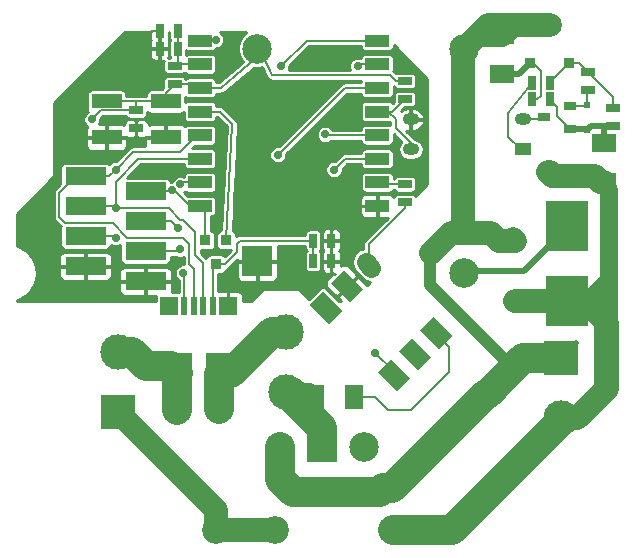
<source format=gbr>
G04 #@! TF.FileFunction,Copper,L1,Top,Signal*
%FSLAX46Y46*%
G04 Gerber Fmt 4.6, Leading zero omitted, Abs format (unit mm)*
G04 Created by KiCad (PCBNEW 4.0.2+dfsg1-stable) date dim. 11 sept. 2016 16:56:50 CEST*
%MOMM*%
G01*
G04 APERTURE LIST*
%ADD10C,0.150000*%
%ADD11R,2.500000X2.500000*%
%ADD12C,2.500000*%
%ADD13R,0.599440X0.599440*%
%ADD14R,0.850900X0.850900*%
%ADD15R,3.000000X3.000000*%
%ADD16C,3.000000*%
%ADD17R,3.497580X1.498600*%
%ADD18R,2.400000X3.480000*%
%ADD19R,1.500000X1.600000*%
%ADD20R,0.500000X1.600000*%
%ADD21R,2.032000X1.524000*%
%ADD22R,1.524000X2.032000*%
%ADD23R,0.635000X1.143000*%
%ADD24R,1.143000X0.635000*%
%ADD25R,3.556000X4.191000*%
%ADD26C,1.574800*%
%ADD27C,1.600000*%
%ADD28R,1.400000X1.000000*%
%ADD29O,1.400000X1.000000*%
%ADD30C,2.000000*%
%ADD31R,2.540000X1.270000*%
%ADD32R,0.914400X0.914400*%
%ADD33R,1.000760X0.800100*%
%ADD34R,2.000000X1.000000*%
%ADD35C,2.349500*%
%ADD36C,0.700000*%
%ADD37C,0.200000*%
%ADD38C,2.500000*%
%ADD39C,1.500000*%
%ADD40C,2.000000*%
%ADD41C,1.000000*%
%ADD42C,0.500000*%
%ADD43C,0.250000*%
G04 APERTURE END LIST*
D10*
D11*
X68500000Y-79750000D03*
D12*
X72056000Y-79750000D03*
X64944000Y-79750000D03*
D13*
X90932000Y-52865020D03*
X90932000Y-50766980D03*
D14*
X89423860Y-47250000D03*
X86076140Y-47250000D03*
D15*
X51250000Y-76790000D03*
D16*
X51250000Y-71710000D03*
D12*
X63000000Y-46000000D03*
D11*
X63000000Y-64000000D03*
D12*
X80500000Y-65000000D03*
X80500000Y-46000000D03*
D17*
X53540000Y-65695000D03*
X48460000Y-64425000D03*
X53540000Y-63155000D03*
X48460000Y-61885000D03*
X53540000Y-60615000D03*
X48460000Y-59345000D03*
X53540000Y-58075000D03*
X48460000Y-56805000D03*
D18*
X56259000Y-73440000D03*
X59819000Y-73440000D03*
D19*
X60539000Y-67770000D03*
X55539000Y-67770000D03*
D20*
X58439000Y-67770000D03*
X59239000Y-67770000D03*
X57639000Y-67770000D03*
X56839000Y-67770000D03*
D21*
X83750000Y-44849000D03*
X83750000Y-48151000D03*
D22*
X71151000Y-75500000D03*
X67849000Y-75500000D03*
D21*
X92400000Y-57251000D03*
X92400000Y-53949000D03*
D23*
X67738000Y-64000000D03*
X69262000Y-64000000D03*
D24*
X75500000Y-59012000D03*
X75500000Y-57488000D03*
D23*
X67738000Y-62250000D03*
X69262000Y-62250000D03*
D24*
X52750000Y-51238000D03*
X52750000Y-52762000D03*
X93091000Y-51054000D03*
X93091000Y-52578000D03*
D23*
X87762000Y-48900000D03*
X86238000Y-48900000D03*
D16*
X65400000Y-69960000D03*
X65400000Y-75040000D03*
D25*
X89200000Y-67375000D03*
X89200000Y-61025000D03*
D26*
X72673816Y-64581714D02*
X72170922Y-64078820D01*
D10*
G36*
X70374871Y-64761319D02*
X71991317Y-66377765D01*
X70877765Y-67491317D01*
X69261319Y-65874871D01*
X70374871Y-64761319D01*
X70374871Y-64761319D01*
G37*
G36*
X68578820Y-66557370D02*
X70195266Y-68173816D01*
X69081714Y-69287368D01*
X67465268Y-67670922D01*
X68578820Y-66557370D01*
X68578820Y-66557370D01*
G37*
G36*
X74326184Y-72304734D02*
X75942630Y-73921180D01*
X74829078Y-75034732D01*
X73212632Y-73418286D01*
X74326184Y-72304734D01*
X74326184Y-72304734D01*
G37*
G36*
X76122235Y-70508683D02*
X77738681Y-72125129D01*
X76625129Y-73238681D01*
X75008683Y-71622235D01*
X76122235Y-70508683D01*
X76122235Y-70508683D01*
G37*
G36*
X77918286Y-68712632D02*
X79534732Y-70329078D01*
X78421180Y-71442630D01*
X76804734Y-69826184D01*
X77918286Y-68712632D01*
X77918286Y-68712632D01*
G37*
D27*
X84800000Y-67340000D03*
X84800000Y-62260000D03*
D28*
X85500000Y-54540000D03*
D29*
X85500000Y-52000000D03*
X76000000Y-52000000D03*
X76000000Y-54540000D03*
D30*
X87800000Y-56450000D03*
X87800000Y-43970000D03*
D31*
X50250000Y-50476000D03*
X50250000Y-53524000D03*
X55250000Y-50476000D03*
X55250000Y-53524000D03*
D15*
X88750000Y-72210000D03*
D16*
X88750000Y-77290000D03*
D32*
X58611000Y-62234000D03*
X60389000Y-62234000D03*
X59500000Y-64266000D03*
D33*
X87292180Y-51816000D03*
X89491820Y-50863500D03*
X89491820Y-52768500D03*
D24*
X56000000Y-49012000D03*
X56000000Y-47488000D03*
D23*
X56262000Y-44500000D03*
X54738000Y-44500000D03*
X56262000Y-46000000D03*
X54738000Y-46000000D03*
D24*
X91000000Y-47988000D03*
X91000000Y-49512000D03*
X75500000Y-48738000D03*
X75500000Y-50262000D03*
D34*
X58159000Y-45324000D03*
X58159000Y-47324000D03*
X58159000Y-49324000D03*
X58159000Y-51324000D03*
X58159000Y-53324000D03*
X58159000Y-55324000D03*
X58159000Y-57324000D03*
X58159000Y-59324000D03*
X73159000Y-59324000D03*
X73159000Y-57324000D03*
X73159000Y-55324000D03*
X73159000Y-53324000D03*
X73159000Y-51324000D03*
X73159000Y-49324000D03*
X73159000Y-47324000D03*
X73159000Y-45324000D03*
D35*
X74501260Y-86750000D03*
X79499980Y-86750000D03*
X64498740Y-86750000D03*
X59500020Y-86750000D03*
D23*
X86250000Y-50300000D03*
X87750000Y-50300000D03*
D36*
X55750000Y-58000000D03*
X49000000Y-52000000D03*
D30*
X56200000Y-76600000D03*
X59750000Y-76550000D03*
D36*
X56300000Y-61200000D03*
X68750000Y-53250000D03*
X51000000Y-59500000D03*
X51000000Y-62000000D03*
X56500000Y-57500000D03*
X71500000Y-47500000D03*
X65000000Y-47500000D03*
X56500000Y-63000000D03*
X64750000Y-55000000D03*
X56750000Y-65000000D03*
X69500000Y-56250000D03*
X51000000Y-56250000D03*
X59500000Y-45250000D03*
X71000000Y-59500000D03*
X51000000Y-64500000D03*
X53300000Y-45700000D03*
X48000000Y-53500000D03*
X62000000Y-51500000D03*
X73000000Y-71750000D03*
D37*
X58611000Y-62234000D02*
X58611000Y-59776000D01*
X58611000Y-59776000D02*
X58159000Y-59324000D01*
X56000000Y-58075000D02*
X55825000Y-58075000D01*
X55825000Y-58075000D02*
X55750000Y-58000000D01*
X53540000Y-58075000D02*
X56000000Y-58075000D01*
X56000000Y-58075000D02*
X56075000Y-58075000D01*
X56075000Y-58075000D02*
X57324000Y-59324000D01*
X57324000Y-59324000D02*
X58159000Y-59324000D01*
X52750000Y-51238000D02*
X49762000Y-51238000D01*
X49762000Y-51238000D02*
X49000000Y-52000000D01*
X56000000Y-49012000D02*
X57847000Y-49012000D01*
X57847000Y-49012000D02*
X58159000Y-49324000D01*
X55250000Y-50476000D02*
X55250000Y-49762000D01*
X55250000Y-49762000D02*
X56000000Y-49012000D01*
X75500000Y-48738000D02*
X74738000Y-48738000D01*
X74738000Y-48738000D02*
X74250000Y-48250000D01*
X74250000Y-48250000D02*
X64250000Y-48250000D01*
X52750000Y-51238000D02*
X52750000Y-50476000D01*
X52750000Y-50476000D02*
X52750000Y-50500000D01*
X52750000Y-50500000D02*
X52750000Y-50476000D01*
X55250000Y-50476000D02*
X52750000Y-50476000D01*
X52750000Y-50476000D02*
X50250000Y-50476000D01*
X58159000Y-49324000D02*
X59926000Y-49324000D01*
X64250000Y-48250000D02*
X63000000Y-45500000D01*
X63000000Y-46750000D02*
X63000000Y-45500000D01*
X59926000Y-49324000D02*
X63000000Y-46750000D01*
D38*
X65400000Y-75040000D02*
X65440000Y-75040000D01*
X65440000Y-75040000D02*
X68500000Y-78100000D01*
X68500000Y-78100000D02*
X68500000Y-79750000D01*
X65400000Y-75040000D02*
X65940000Y-75040000D01*
D39*
X65100000Y-74900000D02*
X67389000Y-75040000D01*
X67389000Y-75040000D02*
X67849000Y-75500000D01*
D40*
X65044000Y-74956000D02*
X65100000Y-74900000D01*
D38*
X51250000Y-71710000D02*
X52410000Y-71710000D01*
X52410000Y-71710000D02*
X53550000Y-72850000D01*
X53550000Y-72850000D02*
X55669000Y-72850000D01*
X55669000Y-72850000D02*
X56259000Y-73440000D01*
X56200000Y-73381000D02*
X56200000Y-76600000D01*
D40*
X59500020Y-86750000D02*
X59500020Y-85040020D01*
X59500020Y-85040020D02*
X51250000Y-76790000D01*
X59500000Y-86750000D02*
X64500000Y-86750000D01*
D38*
X82500000Y-75250000D02*
X82350000Y-75250000D01*
X82350000Y-75250000D02*
X74400000Y-83200000D01*
D40*
X80400000Y-61600000D02*
X80400000Y-46100000D01*
X84800000Y-62260000D02*
X83460000Y-62260000D01*
X83460000Y-62260000D02*
X82800000Y-61600000D01*
X82800000Y-61600000D02*
X80400000Y-61600000D01*
X80400000Y-61600000D02*
X79400000Y-61600000D01*
X79400000Y-61600000D02*
X77700000Y-63300000D01*
X84640000Y-62100000D02*
X84800000Y-62260000D01*
D41*
X84640000Y-62100000D02*
X84800000Y-62260000D01*
X83850000Y-72250000D02*
X77600000Y-66000000D01*
X77600000Y-63400000D02*
X77700000Y-63300000D01*
X77600000Y-66000000D02*
X77600000Y-63400000D01*
D38*
X66000000Y-83500000D02*
X64944000Y-82444000D01*
X73667184Y-83200000D02*
X73367184Y-83500000D01*
X74400000Y-83200000D02*
X73667184Y-83200000D01*
X73367184Y-83500000D02*
X66000000Y-83500000D01*
X64944000Y-82444000D02*
X64944000Y-79750000D01*
X88750000Y-72210000D02*
X85540000Y-72210000D01*
X85540000Y-72210000D02*
X82500000Y-75250000D01*
D40*
X80400000Y-46100000D02*
X80500000Y-46000000D01*
X80500000Y-46000000D02*
X82530000Y-43970000D01*
X87600000Y-43970000D02*
X82530000Y-43970000D01*
X87600000Y-43970000D02*
X84629000Y-43970000D01*
X84629000Y-43970000D02*
X83750000Y-44849000D01*
D41*
X85000000Y-72250000D02*
X83850000Y-72250000D01*
X80500000Y-46000000D02*
X81651000Y-44849000D01*
D42*
X90000000Y-70960000D02*
X88750000Y-72210000D01*
D40*
X85040000Y-72210000D02*
X88750000Y-72210000D01*
X85000000Y-72250000D02*
X85040000Y-72210000D01*
X83750000Y-44849000D02*
X81651000Y-44849000D01*
X81651000Y-44849000D02*
X80500000Y-46000000D01*
D39*
X92800000Y-58000000D02*
X92800000Y-62600000D01*
X92800000Y-62600000D02*
X92800000Y-66000000D01*
X92800000Y-65000000D02*
X92800000Y-62600000D01*
X90425000Y-67975000D02*
X92800000Y-65600000D01*
X89200000Y-67375000D02*
X90425000Y-67375000D01*
X92800000Y-66000000D02*
X92800000Y-69000000D01*
X92800000Y-69000000D02*
X92600000Y-69200000D01*
X92400000Y-57251000D02*
X92400000Y-57600000D01*
X92400000Y-57600000D02*
X92800000Y-58000000D01*
X92800000Y-66000000D02*
X91425000Y-67375000D01*
X91425000Y-67375000D02*
X89200000Y-67375000D01*
D40*
X84800000Y-67340000D02*
X89165000Y-67340000D01*
X89165000Y-67340000D02*
X89200000Y-67375000D01*
X89200000Y-67375000D02*
X90775000Y-67375000D01*
X90775000Y-67375000D02*
X92600000Y-69200000D01*
X92600000Y-69200000D02*
X92600000Y-74800000D01*
D42*
X89200000Y-67375000D02*
X90375000Y-67375000D01*
X90375000Y-67375000D02*
X91800000Y-68800000D01*
X91800000Y-68800000D02*
X91800000Y-75200000D01*
X90000000Y-67375000D02*
X84835000Y-67375000D01*
X84835000Y-67375000D02*
X84800000Y-67340000D01*
D40*
X89667000Y-67375000D02*
X90000000Y-67375000D01*
D42*
X90000000Y-67375000D02*
X89807000Y-67375000D01*
D38*
X79499980Y-86750000D02*
X74501260Y-86750000D01*
X88750000Y-77290000D02*
X88750000Y-77499980D01*
X88750000Y-77499980D02*
X79499980Y-86750000D01*
D40*
X79499980Y-86750000D02*
X79499980Y-86540020D01*
X79499980Y-86540020D02*
X88750000Y-77290000D01*
X88750000Y-77290000D02*
X88750000Y-77499980D01*
X92400000Y-57251000D02*
X92051000Y-57251000D01*
X92051000Y-57251000D02*
X91600000Y-56800000D01*
X91600000Y-56800000D02*
X87950000Y-56800000D01*
X87950000Y-56800000D02*
X87600000Y-56450000D01*
X92600000Y-74800000D02*
X90110000Y-77290000D01*
D42*
X91800000Y-75200000D02*
X89710000Y-77290000D01*
X89710000Y-77290000D02*
X88750000Y-77290000D01*
D40*
X74500000Y-86750000D02*
X79500000Y-86750000D01*
D38*
X64240000Y-69960000D02*
X60760000Y-73440000D01*
X65000000Y-69960000D02*
X64240000Y-69960000D01*
D40*
X65000000Y-69960000D02*
X65000000Y-70000000D01*
D38*
X60760000Y-73440000D02*
X59819000Y-73440000D01*
X59750000Y-76550000D02*
X59750000Y-76500000D01*
X59750000Y-76500000D02*
X59750000Y-73509000D01*
D40*
X59819000Y-73440000D02*
X59819000Y-73181000D01*
X59819000Y-73440000D02*
X59819000Y-76431000D01*
X59819000Y-76431000D02*
X59750000Y-76500000D01*
D37*
X56262000Y-44500000D02*
X56262000Y-46000000D01*
X56262000Y-46000000D02*
X56262000Y-47226000D01*
X56262000Y-47226000D02*
X56000000Y-47488000D01*
X58159000Y-47324000D02*
X56164000Y-47324000D01*
X56164000Y-47324000D02*
X56000000Y-47488000D01*
X60389000Y-62234000D02*
X60889000Y-52389000D01*
X60889000Y-52389000D02*
X59824000Y-51324000D01*
X58159000Y-51324000D02*
X59824000Y-51324000D01*
X53540000Y-60615000D02*
X55715000Y-60615000D01*
X55715000Y-60615000D02*
X56300000Y-61200000D01*
X68750000Y-53250000D02*
X68824000Y-53324000D01*
X68824000Y-53324000D02*
X73159000Y-53324000D01*
X58439000Y-67770000D02*
X58439000Y-64189000D01*
X57750000Y-61500000D02*
X56750000Y-60500000D01*
X57750000Y-63500000D02*
X57750000Y-61500000D01*
X58439000Y-64189000D02*
X57750000Y-63500000D01*
X51000000Y-59500000D02*
X55500000Y-59500000D01*
X55500000Y-59500000D02*
X56500000Y-60500000D01*
X56500000Y-60500000D02*
X56750000Y-60500000D01*
X51000000Y-57250000D02*
X51000000Y-59500000D01*
X51000000Y-59345000D02*
X51000000Y-59500000D01*
X51000000Y-59345000D02*
X48460000Y-59345000D01*
X58159000Y-55324000D02*
X52926000Y-55324000D01*
X52926000Y-55324000D02*
X51000000Y-57250000D01*
X51000000Y-62000000D02*
X50885000Y-61885000D01*
X50885000Y-61885000D02*
X48460000Y-61885000D01*
X56676000Y-57324000D02*
X56500000Y-57500000D01*
X58159000Y-57324000D02*
X56676000Y-57324000D01*
X71676000Y-47324000D02*
X73159000Y-47324000D01*
X71500000Y-47500000D02*
X71676000Y-47324000D01*
X67176000Y-45324000D02*
X73159000Y-45324000D01*
X65000000Y-47500000D02*
X67176000Y-45324000D01*
X56345000Y-63155000D02*
X53540000Y-63155000D01*
X56500000Y-63000000D02*
X56345000Y-63155000D01*
X73159000Y-49324000D02*
X70426000Y-49324000D01*
X70426000Y-49324000D02*
X64750000Y-55000000D01*
X56839000Y-65089000D02*
X56839000Y-67770000D01*
X56750000Y-65000000D02*
X56839000Y-65089000D01*
X73159000Y-55324000D02*
X70426000Y-55324000D01*
X70426000Y-55324000D02*
X69500000Y-56250000D01*
X57639000Y-67770000D02*
X57639000Y-64639000D01*
X57250000Y-62500000D02*
X56750000Y-62000000D01*
X57250000Y-64250000D02*
X57250000Y-62500000D01*
X57639000Y-64639000D02*
X57250000Y-64250000D01*
X56750000Y-62000000D02*
X52000000Y-62000000D01*
X52000000Y-62000000D02*
X50750000Y-60750000D01*
X50750000Y-60750000D02*
X46750000Y-60750000D01*
X46750000Y-60750000D02*
X46250000Y-60250000D01*
X46250000Y-60250000D02*
X46250000Y-58250000D01*
X46250000Y-58250000D02*
X47695000Y-56805000D01*
X47695000Y-56805000D02*
X48460000Y-56805000D01*
X58159000Y-53324000D02*
X57926000Y-53324000D01*
X57926000Y-53324000D02*
X56500000Y-54750000D01*
X56500000Y-54750000D02*
X52500000Y-54750000D01*
X52500000Y-54750000D02*
X51000000Y-56250000D01*
X48460000Y-56805000D02*
X50445000Y-56805000D01*
X50445000Y-56805000D02*
X51000000Y-56250000D01*
X75500000Y-57488000D02*
X73323000Y-57488000D01*
X73323000Y-57488000D02*
X73159000Y-57324000D01*
X59500000Y-45250000D02*
X59426000Y-45324000D01*
X59426000Y-45324000D02*
X58159000Y-45324000D01*
X73159000Y-51324000D02*
X74438000Y-51324000D01*
X74438000Y-51324000D02*
X75500000Y-50262000D01*
X76000000Y-54540000D02*
X76000000Y-54000000D01*
X76000000Y-54000000D02*
X74750000Y-52750000D01*
X74750000Y-52750000D02*
X74750000Y-52000000D01*
X74750000Y-52000000D02*
X74074000Y-51324000D01*
X74074000Y-51324000D02*
X73159000Y-51324000D01*
X73159000Y-59324000D02*
X71176000Y-59324000D01*
X71176000Y-59324000D02*
X71000000Y-59500000D01*
X60539000Y-67770000D02*
X60539000Y-66461000D01*
X63000000Y-66000000D02*
X63000000Y-64000000D01*
X62500000Y-66500000D02*
X63000000Y-66000000D01*
X60578000Y-66500000D02*
X62500000Y-66500000D01*
X60539000Y-66461000D02*
X60578000Y-66500000D01*
X51000000Y-64500000D02*
X50925000Y-64425000D01*
X50925000Y-64425000D02*
X48460000Y-64425000D01*
X54738000Y-44500000D02*
X54000000Y-44500000D01*
X53600000Y-46000000D02*
X53300000Y-45700000D01*
X53600000Y-46000000D02*
X54738000Y-46000000D01*
X53300000Y-45200000D02*
X53300000Y-45700000D01*
X54000000Y-44500000D02*
X53300000Y-45200000D01*
X50250000Y-53524000D02*
X48024000Y-53524000D01*
X48024000Y-53524000D02*
X48000000Y-53500000D01*
X93091000Y-51054000D02*
X93091000Y-50079000D01*
X93091000Y-50079000D02*
X91000000Y-47988000D01*
X89423860Y-47250000D02*
X90262000Y-47250000D01*
X90262000Y-47250000D02*
X91000000Y-47988000D01*
X87762000Y-48900000D02*
X88012000Y-48561860D01*
X88012000Y-48561860D02*
X89423860Y-47250000D01*
X90932000Y-50766980D02*
X90932000Y-49580000D01*
X90932000Y-49580000D02*
X91000000Y-49512000D01*
X89491820Y-50863500D02*
X90835480Y-50863500D01*
X90835480Y-50863500D02*
X90932000Y-50766980D01*
X59500000Y-64266000D02*
X60234000Y-64266000D01*
X61500000Y-62250000D02*
X67738000Y-62250000D01*
X61250000Y-62500000D02*
X61500000Y-62250000D01*
X61250000Y-63250000D02*
X61250000Y-62500000D01*
X60234000Y-64266000D02*
X61250000Y-63250000D01*
X59239000Y-67770000D02*
X59239000Y-64527000D01*
X59239000Y-64527000D02*
X59500000Y-64266000D01*
X67738000Y-64000000D02*
X67738000Y-62250000D01*
D42*
X90000000Y-61025000D02*
X90000000Y-61200000D01*
X89789000Y-60436000D02*
X89200000Y-61025000D01*
X89200000Y-61025000D02*
X89200000Y-61200000D01*
X89200000Y-61200000D02*
X85600000Y-64800000D01*
X85600000Y-64800000D02*
X80700000Y-64800000D01*
X80700000Y-64800000D02*
X80500000Y-65000000D01*
D37*
X85500000Y-54540000D02*
X85290000Y-54540000D01*
X84250000Y-51488000D02*
X86238000Y-48900000D01*
X84250000Y-53500000D02*
X84250000Y-51488000D01*
X85290000Y-54540000D02*
X84250000Y-53500000D01*
X85500000Y-52000000D02*
X87108180Y-52000000D01*
X87108180Y-52000000D02*
X87292180Y-51816000D01*
X75500000Y-59012000D02*
X75500000Y-59500000D01*
X72422369Y-62577631D02*
X72422369Y-64330267D01*
X75500000Y-59500000D02*
X72422369Y-62577631D01*
X73000000Y-71750000D02*
X74669733Y-73419733D01*
X74669733Y-73419733D02*
X74827631Y-73419733D01*
X71151000Y-75500000D02*
X73000000Y-75500000D01*
X72651000Y-75500000D02*
X73000000Y-75500000D01*
X73000000Y-75500000D02*
X74099000Y-76599000D01*
X74099000Y-76599000D02*
X76000000Y-76599000D01*
X78169733Y-70077631D02*
X78169733Y-70169733D01*
X78169733Y-70169733D02*
X79250000Y-71250000D01*
X79250000Y-73349000D02*
X76000000Y-76599000D01*
X79250000Y-71250000D02*
X79250000Y-73349000D01*
X86250000Y-50300000D02*
X86700000Y-50300000D01*
X87000000Y-47900000D02*
X86350000Y-47250000D01*
X87000000Y-50000000D02*
X87000000Y-47900000D01*
X86700000Y-50300000D02*
X87000000Y-50000000D01*
X86350000Y-47250000D02*
X86076140Y-47250000D01*
D42*
X83750000Y-48151000D02*
X85175140Y-48151000D01*
X85175140Y-48151000D02*
X86076140Y-47250000D01*
D37*
X89491820Y-52768500D02*
X89468500Y-52768500D01*
X89468500Y-52768500D02*
X88400000Y-51700000D01*
X88400000Y-50950000D02*
X87750000Y-50300000D01*
X88400000Y-51700000D02*
X88400000Y-50950000D01*
D42*
X92400000Y-52578000D02*
X92400000Y-53949000D01*
X93091000Y-52578000D02*
X92400000Y-52578000D01*
X92400000Y-52578000D02*
X91219020Y-52578000D01*
X91219020Y-52578000D02*
X90932000Y-52865020D01*
X89491820Y-52768500D02*
X90835480Y-52768500D01*
X90835480Y-52768500D02*
X90932000Y-52865020D01*
D43*
G36*
X77375000Y-48551776D02*
X77375000Y-57448224D01*
X76365049Y-58458175D01*
X76345569Y-58427901D01*
X76220254Y-58342277D01*
X76071500Y-58312154D01*
X74928500Y-58312154D01*
X74789534Y-58338302D01*
X74661901Y-58420431D01*
X74576277Y-58545746D01*
X74570236Y-58575578D01*
X74561685Y-58554934D01*
X74428066Y-58421314D01*
X74253483Y-58349000D01*
X73302750Y-58349000D01*
X73184000Y-58467750D01*
X73184000Y-59299000D01*
X73204000Y-59299000D01*
X73204000Y-59349000D01*
X73184000Y-59349000D01*
X73184000Y-60180250D01*
X73302750Y-60299000D01*
X74029249Y-60299000D01*
X72086493Y-62241755D01*
X71983526Y-62395856D01*
X71947369Y-62577631D01*
X71947369Y-62935675D01*
X71705061Y-62983873D01*
X71327952Y-63235850D01*
X71075975Y-63612959D01*
X70987493Y-64057791D01*
X71075975Y-64502623D01*
X71327952Y-64879732D01*
X71872904Y-65424684D01*
X72250014Y-65676661D01*
X72580772Y-65742452D01*
X72304264Y-66018961D01*
X71620616Y-65335313D01*
X71452678Y-65335313D01*
X70661673Y-66126318D01*
X70675816Y-66140460D01*
X70640460Y-66175816D01*
X70626318Y-66161673D01*
X69835313Y-66952678D01*
X69835313Y-67120616D01*
X70089697Y-67375000D01*
X69937168Y-67375000D01*
X68849179Y-66287011D01*
X68732426Y-66207236D01*
X68584102Y-66175060D01*
X68434946Y-66203126D01*
X68308461Y-66287011D01*
X67386124Y-67209348D01*
X66588388Y-66411612D01*
X66547037Y-66384187D01*
X66500000Y-66375000D01*
X63500000Y-66375000D01*
X63451368Y-66384848D01*
X63411612Y-66411612D01*
X62448224Y-67375000D01*
X61764000Y-67375000D01*
X61764000Y-66875516D01*
X61691685Y-66700934D01*
X61558066Y-66567314D01*
X61383483Y-66495000D01*
X60682750Y-66495000D01*
X60564000Y-66613750D01*
X60564000Y-67375000D01*
X60514000Y-67375000D01*
X60514000Y-66613750D01*
X60395250Y-66495000D01*
X59714000Y-66495000D01*
X59714000Y-65780387D01*
X68786319Y-65780387D01*
X68786319Y-65969354D01*
X68858633Y-66143936D01*
X69632020Y-66917323D01*
X69799958Y-66917323D01*
X70590963Y-66126318D01*
X70576820Y-66112176D01*
X70612176Y-66076820D01*
X70626318Y-66090963D01*
X71417323Y-65299958D01*
X71417323Y-65132020D01*
X70643936Y-64358633D01*
X70469354Y-64286319D01*
X70280387Y-64286319D01*
X70105805Y-64358634D01*
X70054500Y-64409939D01*
X70054500Y-64143750D01*
X69935750Y-64025000D01*
X69287000Y-64025000D01*
X69287000Y-64927750D01*
X69405750Y-65046500D01*
X69511142Y-65046500D01*
X69548508Y-65083866D01*
X69380573Y-65083866D01*
X68858634Y-65605805D01*
X68786319Y-65780387D01*
X59714000Y-65780387D01*
X59714000Y-65105546D01*
X59957200Y-65105546D01*
X60096166Y-65079398D01*
X60223799Y-64997269D01*
X60309423Y-64871954D01*
X60339546Y-64723200D01*
X60339546Y-64720006D01*
X60415775Y-64704843D01*
X60569876Y-64601876D01*
X61028002Y-64143750D01*
X61275000Y-64143750D01*
X61275000Y-65344484D01*
X61347315Y-65519066D01*
X61480934Y-65652686D01*
X61655517Y-65725000D01*
X62856250Y-65725000D01*
X62975000Y-65606250D01*
X62975000Y-64025000D01*
X63025000Y-64025000D01*
X63025000Y-65606250D01*
X63143750Y-65725000D01*
X64344483Y-65725000D01*
X64519066Y-65652686D01*
X64652685Y-65519066D01*
X64725000Y-65344484D01*
X64725000Y-64143750D01*
X64606250Y-64025000D01*
X63025000Y-64025000D01*
X62975000Y-64025000D01*
X61393750Y-64025000D01*
X61275000Y-64143750D01*
X61028002Y-64143750D01*
X61295251Y-63876501D01*
X61393750Y-63975000D01*
X62975000Y-63975000D01*
X62975000Y-63955000D01*
X63025000Y-63955000D01*
X63025000Y-63975000D01*
X64606250Y-63975000D01*
X64725000Y-63856250D01*
X64725000Y-62725000D01*
X67038154Y-62725000D01*
X67038154Y-62821500D01*
X67064302Y-62960466D01*
X67146431Y-63088099D01*
X67200050Y-63124735D01*
X67153901Y-63154431D01*
X67068277Y-63279746D01*
X67038154Y-63428500D01*
X67038154Y-64571500D01*
X67064302Y-64710466D01*
X67146431Y-64838099D01*
X67271746Y-64923723D01*
X67420500Y-64953846D01*
X68055500Y-64953846D01*
X68194466Y-64927698D01*
X68322099Y-64845569D01*
X68407723Y-64720254D01*
X68437846Y-64571500D01*
X68437846Y-64143750D01*
X68469500Y-64143750D01*
X68469500Y-64665984D01*
X68541815Y-64840566D01*
X68675434Y-64974186D01*
X68850017Y-65046500D01*
X69118250Y-65046500D01*
X69237000Y-64927750D01*
X69237000Y-64025000D01*
X68588250Y-64025000D01*
X68469500Y-64143750D01*
X68437846Y-64143750D01*
X68437846Y-63428500D01*
X68411698Y-63289534D01*
X68329569Y-63161901D01*
X68275950Y-63125265D01*
X68322099Y-63095569D01*
X68407723Y-62970254D01*
X68437846Y-62821500D01*
X68437846Y-62393750D01*
X68469500Y-62393750D01*
X68469500Y-62915984D01*
X68541815Y-63090566D01*
X68576249Y-63125000D01*
X68541815Y-63159434D01*
X68469500Y-63334016D01*
X68469500Y-63856250D01*
X68588250Y-63975000D01*
X69237000Y-63975000D01*
X69237000Y-62275000D01*
X69287000Y-62275000D01*
X69287000Y-63975000D01*
X69935750Y-63975000D01*
X70054500Y-63856250D01*
X70054500Y-63334016D01*
X69982185Y-63159434D01*
X69947751Y-63125000D01*
X69982185Y-63090566D01*
X70054500Y-62915984D01*
X70054500Y-62393750D01*
X69935750Y-62275000D01*
X69287000Y-62275000D01*
X69237000Y-62275000D01*
X68588250Y-62275000D01*
X68469500Y-62393750D01*
X68437846Y-62393750D01*
X68437846Y-61678500D01*
X68420068Y-61584016D01*
X68469500Y-61584016D01*
X68469500Y-62106250D01*
X68588250Y-62225000D01*
X69237000Y-62225000D01*
X69237000Y-61322250D01*
X69287000Y-61322250D01*
X69287000Y-62225000D01*
X69935750Y-62225000D01*
X70054500Y-62106250D01*
X70054500Y-61584016D01*
X69982185Y-61409434D01*
X69848566Y-61275814D01*
X69673983Y-61203500D01*
X69405750Y-61203500D01*
X69287000Y-61322250D01*
X69237000Y-61322250D01*
X69118250Y-61203500D01*
X68850017Y-61203500D01*
X68675434Y-61275814D01*
X68541815Y-61409434D01*
X68469500Y-61584016D01*
X68420068Y-61584016D01*
X68411698Y-61539534D01*
X68329569Y-61411901D01*
X68204254Y-61326277D01*
X68055500Y-61296154D01*
X67420500Y-61296154D01*
X67281534Y-61322302D01*
X67153901Y-61404431D01*
X67068277Y-61529746D01*
X67038154Y-61678500D01*
X67038154Y-61775000D01*
X61500000Y-61775000D01*
X61318225Y-61811157D01*
X61228546Y-61871079D01*
X61228546Y-61776800D01*
X61202398Y-61637834D01*
X61120269Y-61510201D01*
X60994954Y-61424577D01*
X60906629Y-61406691D01*
X61005102Y-59467750D01*
X71684000Y-59467750D01*
X71684000Y-59918484D01*
X71756315Y-60093066D01*
X71889934Y-60226686D01*
X72064517Y-60299000D01*
X73015250Y-60299000D01*
X73134000Y-60180250D01*
X73134000Y-59349000D01*
X71802750Y-59349000D01*
X71684000Y-59467750D01*
X61005102Y-59467750D01*
X61042594Y-58729516D01*
X71684000Y-58729516D01*
X71684000Y-59180250D01*
X71802750Y-59299000D01*
X73134000Y-59299000D01*
X73134000Y-58467750D01*
X73015250Y-58349000D01*
X72064517Y-58349000D01*
X71889934Y-58421314D01*
X71756315Y-58554934D01*
X71684000Y-58729516D01*
X61042594Y-58729516D01*
X61161231Y-56393579D01*
X68774874Y-56393579D01*
X68885016Y-56660143D01*
X69088784Y-56864267D01*
X69355156Y-56974874D01*
X69643579Y-56975126D01*
X69910143Y-56864984D01*
X69951198Y-56824000D01*
X71776654Y-56824000D01*
X71776654Y-57824000D01*
X71802802Y-57962966D01*
X71884931Y-58090599D01*
X72010246Y-58176223D01*
X72159000Y-58206346D01*
X74159000Y-58206346D01*
X74297966Y-58180198D01*
X74425599Y-58098069D01*
X74511223Y-57972754D01*
X74513198Y-57963000D01*
X74584228Y-57963000D01*
X74654431Y-58072099D01*
X74779746Y-58157723D01*
X74928500Y-58187846D01*
X76071500Y-58187846D01*
X76210466Y-58161698D01*
X76338099Y-58079569D01*
X76423723Y-57954254D01*
X76453846Y-57805500D01*
X76453846Y-57170500D01*
X76427698Y-57031534D01*
X76345569Y-56903901D01*
X76220254Y-56818277D01*
X76071500Y-56788154D01*
X74928500Y-56788154D01*
X74789534Y-56814302D01*
X74661901Y-56896431D01*
X74582253Y-57013000D01*
X74541346Y-57013000D01*
X74541346Y-56824000D01*
X74515198Y-56685034D01*
X74433069Y-56557401D01*
X74307754Y-56471777D01*
X74159000Y-56441654D01*
X72159000Y-56441654D01*
X72020034Y-56467802D01*
X71892401Y-56549931D01*
X71806777Y-56675246D01*
X71776654Y-56824000D01*
X69951198Y-56824000D01*
X70114267Y-56661216D01*
X70224874Y-56394844D01*
X70225047Y-56196705D01*
X70622752Y-55799000D01*
X71776654Y-55799000D01*
X71776654Y-55824000D01*
X71802802Y-55962966D01*
X71884931Y-56090599D01*
X72010246Y-56176223D01*
X72159000Y-56206346D01*
X74159000Y-56206346D01*
X74297966Y-56180198D01*
X74425599Y-56098069D01*
X74511223Y-55972754D01*
X74541346Y-55824000D01*
X74541346Y-54824000D01*
X74515198Y-54685034D01*
X74433069Y-54557401D01*
X74307754Y-54471777D01*
X74159000Y-54441654D01*
X72159000Y-54441654D01*
X72020034Y-54467802D01*
X71892401Y-54549931D01*
X71806777Y-54675246D01*
X71776654Y-54824000D01*
X71776654Y-54849000D01*
X70426005Y-54849000D01*
X70426000Y-54848999D01*
X70296052Y-54874848D01*
X70244225Y-54885157D01*
X70104014Y-54978843D01*
X70090124Y-54988124D01*
X69553202Y-55525046D01*
X69356421Y-55524874D01*
X69089857Y-55635016D01*
X68885733Y-55838784D01*
X68775126Y-56105156D01*
X68774874Y-56393579D01*
X61161231Y-56393579D01*
X61363389Y-52413092D01*
X61361615Y-52400992D01*
X61364000Y-52389000D01*
X61348229Y-52309712D01*
X61336498Y-52229718D01*
X61330229Y-52219219D01*
X61327843Y-52207225D01*
X61282933Y-52140013D01*
X61241480Y-52070592D01*
X61231667Y-52063289D01*
X61224875Y-52053124D01*
X60159876Y-50988124D01*
X60005775Y-50885157D01*
X59824000Y-50849000D01*
X59541346Y-50849000D01*
X59541346Y-50824000D01*
X59515198Y-50685034D01*
X59433069Y-50557401D01*
X59307754Y-50471777D01*
X59159000Y-50441654D01*
X57159000Y-50441654D01*
X57020034Y-50467802D01*
X56902346Y-50543532D01*
X56902346Y-50102498D01*
X57010246Y-50176223D01*
X57159000Y-50206346D01*
X59159000Y-50206346D01*
X59297966Y-50180198D01*
X59425599Y-50098069D01*
X59511223Y-49972754D01*
X59541346Y-49824000D01*
X59541346Y-49799000D01*
X59926000Y-49799000D01*
X59996698Y-49784937D01*
X60068368Y-49777163D01*
X60086973Y-49766981D01*
X60107775Y-49762843D01*
X60167718Y-49722790D01*
X60230949Y-49688185D01*
X62695225Y-47624735D01*
X63321814Y-47625282D01*
X63424907Y-47582685D01*
X63817576Y-48446556D01*
X63867024Y-48515385D01*
X63914124Y-48585876D01*
X63920934Y-48590426D01*
X63925711Y-48597076D01*
X63997737Y-48641744D01*
X64068225Y-48688843D01*
X64076258Y-48690441D01*
X64083216Y-48694756D01*
X64166863Y-48708463D01*
X64250000Y-48725000D01*
X71796702Y-48725000D01*
X71776654Y-48824000D01*
X71776654Y-48849000D01*
X70426000Y-48849000D01*
X70244225Y-48885157D01*
X70090124Y-48988124D01*
X64803202Y-54275046D01*
X64606421Y-54274874D01*
X64339857Y-54385016D01*
X64135733Y-54588784D01*
X64025126Y-54855156D01*
X64024874Y-55143579D01*
X64135016Y-55410143D01*
X64338784Y-55614267D01*
X64605156Y-55724874D01*
X64893579Y-55725126D01*
X65160143Y-55614984D01*
X65364267Y-55411216D01*
X65474874Y-55144844D01*
X65475047Y-54946705D01*
X67028173Y-53393579D01*
X68024874Y-53393579D01*
X68135016Y-53660143D01*
X68338784Y-53864267D01*
X68605156Y-53974874D01*
X68893579Y-53975126D01*
X69160143Y-53864984D01*
X69226242Y-53799000D01*
X71776654Y-53799000D01*
X71776654Y-53824000D01*
X71802802Y-53962966D01*
X71884931Y-54090599D01*
X72010246Y-54176223D01*
X72159000Y-54206346D01*
X74159000Y-54206346D01*
X74297966Y-54180198D01*
X74425599Y-54098069D01*
X74511223Y-53972754D01*
X74541346Y-53824000D01*
X74541346Y-53213098D01*
X75213758Y-53885510D01*
X75160222Y-53921282D01*
X74970545Y-54205152D01*
X74903940Y-54540000D01*
X74970545Y-54874848D01*
X75160222Y-55158718D01*
X75444092Y-55348395D01*
X75778940Y-55415000D01*
X76221060Y-55415000D01*
X76555908Y-55348395D01*
X76839778Y-55158718D01*
X77029455Y-54874848D01*
X77096060Y-54540000D01*
X77029455Y-54205152D01*
X76839778Y-53921282D01*
X76555908Y-53731605D01*
X76354150Y-53691473D01*
X76335876Y-53664124D01*
X75609368Y-52937616D01*
X75775000Y-52975000D01*
X75975000Y-52975000D01*
X75975000Y-52025000D01*
X76025000Y-52025000D01*
X76025000Y-52975000D01*
X76225000Y-52975000D01*
X76596213Y-52891215D01*
X76907106Y-52671751D01*
X77110349Y-52350019D01*
X77158768Y-52177166D01*
X77055885Y-52025000D01*
X76025000Y-52025000D01*
X75975000Y-52025000D01*
X75955000Y-52025000D01*
X75955000Y-51975000D01*
X75975000Y-51975000D01*
X75975000Y-51025000D01*
X76025000Y-51025000D01*
X76025000Y-51975000D01*
X77055885Y-51975000D01*
X77158768Y-51822834D01*
X77110349Y-51649981D01*
X76907106Y-51328249D01*
X76596213Y-51108785D01*
X76225000Y-51025000D01*
X76025000Y-51025000D01*
X75975000Y-51025000D01*
X75775000Y-51025000D01*
X75403787Y-51108785D01*
X75135769Y-51297983D01*
X75471906Y-50961846D01*
X76071500Y-50961846D01*
X76210466Y-50935698D01*
X76338099Y-50853569D01*
X76423723Y-50728254D01*
X76453846Y-50579500D01*
X76453846Y-49944500D01*
X76427698Y-49805534D01*
X76345569Y-49677901D01*
X76220254Y-49592277D01*
X76071500Y-49562154D01*
X74928500Y-49562154D01*
X74789534Y-49588302D01*
X74661901Y-49670431D01*
X74576277Y-49795746D01*
X74546154Y-49944500D01*
X74546154Y-50544094D01*
X74472136Y-50618112D01*
X74433069Y-50557401D01*
X74307754Y-50471777D01*
X74159000Y-50441654D01*
X72159000Y-50441654D01*
X72020034Y-50467802D01*
X71892401Y-50549931D01*
X71806777Y-50675246D01*
X71776654Y-50824000D01*
X71776654Y-51824000D01*
X71802802Y-51962966D01*
X71884931Y-52090599D01*
X72010246Y-52176223D01*
X72159000Y-52206346D01*
X74159000Y-52206346D01*
X74264705Y-52186456D01*
X74275000Y-52196751D01*
X74275000Y-52465144D01*
X74159000Y-52441654D01*
X72159000Y-52441654D01*
X72020034Y-52467802D01*
X71892401Y-52549931D01*
X71806777Y-52675246D01*
X71776654Y-52824000D01*
X71776654Y-52849000D01*
X69368762Y-52849000D01*
X69364984Y-52839857D01*
X69161216Y-52635733D01*
X68894844Y-52525126D01*
X68606421Y-52524874D01*
X68339857Y-52635016D01*
X68135733Y-52838784D01*
X68025126Y-53105156D01*
X68024874Y-53393579D01*
X67028173Y-53393579D01*
X70622752Y-49799000D01*
X71776654Y-49799000D01*
X71776654Y-49824000D01*
X71802802Y-49962966D01*
X71884931Y-50090599D01*
X72010246Y-50176223D01*
X72159000Y-50206346D01*
X74159000Y-50206346D01*
X74297966Y-50180198D01*
X74425599Y-50098069D01*
X74511223Y-49972754D01*
X74541346Y-49824000D01*
X74541346Y-49166901D01*
X74556225Y-49176843D01*
X74569482Y-49179480D01*
X74572302Y-49194466D01*
X74654431Y-49322099D01*
X74779746Y-49407723D01*
X74928500Y-49437846D01*
X76071500Y-49437846D01*
X76210466Y-49411698D01*
X76338099Y-49329569D01*
X76423723Y-49204254D01*
X76453846Y-49055500D01*
X76453846Y-48420500D01*
X76427698Y-48281534D01*
X76345569Y-48153901D01*
X76220254Y-48068277D01*
X76071500Y-48038154D01*
X74928500Y-48038154D01*
X74789534Y-48064302D01*
X74756993Y-48085241D01*
X74585876Y-47914124D01*
X74530578Y-47877175D01*
X74541346Y-47824000D01*
X74541346Y-46824000D01*
X74515198Y-46685034D01*
X74433069Y-46557401D01*
X74307754Y-46471777D01*
X74159000Y-46441654D01*
X72159000Y-46441654D01*
X72020034Y-46467802D01*
X71892401Y-46549931D01*
X71806777Y-46675246D01*
X71776654Y-46824000D01*
X71776654Y-46829858D01*
X71644844Y-46775126D01*
X71356421Y-46774874D01*
X71089857Y-46885016D01*
X70885733Y-47088784D01*
X70775126Y-47355156D01*
X70774874Y-47643579D01*
X70829176Y-47775000D01*
X65670829Y-47775000D01*
X65724874Y-47644844D01*
X65725047Y-47446705D01*
X67372752Y-45799000D01*
X71776654Y-45799000D01*
X71776654Y-45824000D01*
X71802802Y-45962966D01*
X71884931Y-46090599D01*
X72010246Y-46176223D01*
X72159000Y-46206346D01*
X74159000Y-46206346D01*
X74297966Y-46180198D01*
X74425599Y-46098069D01*
X74511223Y-45972754D01*
X74541346Y-45824000D01*
X74541346Y-45718122D01*
X77375000Y-48551776D01*
X77375000Y-48551776D01*
G37*
X77375000Y-48551776D02*
X77375000Y-57448224D01*
X76365049Y-58458175D01*
X76345569Y-58427901D01*
X76220254Y-58342277D01*
X76071500Y-58312154D01*
X74928500Y-58312154D01*
X74789534Y-58338302D01*
X74661901Y-58420431D01*
X74576277Y-58545746D01*
X74570236Y-58575578D01*
X74561685Y-58554934D01*
X74428066Y-58421314D01*
X74253483Y-58349000D01*
X73302750Y-58349000D01*
X73184000Y-58467750D01*
X73184000Y-59299000D01*
X73204000Y-59299000D01*
X73204000Y-59349000D01*
X73184000Y-59349000D01*
X73184000Y-60180250D01*
X73302750Y-60299000D01*
X74029249Y-60299000D01*
X72086493Y-62241755D01*
X71983526Y-62395856D01*
X71947369Y-62577631D01*
X71947369Y-62935675D01*
X71705061Y-62983873D01*
X71327952Y-63235850D01*
X71075975Y-63612959D01*
X70987493Y-64057791D01*
X71075975Y-64502623D01*
X71327952Y-64879732D01*
X71872904Y-65424684D01*
X72250014Y-65676661D01*
X72580772Y-65742452D01*
X72304264Y-66018961D01*
X71620616Y-65335313D01*
X71452678Y-65335313D01*
X70661673Y-66126318D01*
X70675816Y-66140460D01*
X70640460Y-66175816D01*
X70626318Y-66161673D01*
X69835313Y-66952678D01*
X69835313Y-67120616D01*
X70089697Y-67375000D01*
X69937168Y-67375000D01*
X68849179Y-66287011D01*
X68732426Y-66207236D01*
X68584102Y-66175060D01*
X68434946Y-66203126D01*
X68308461Y-66287011D01*
X67386124Y-67209348D01*
X66588388Y-66411612D01*
X66547037Y-66384187D01*
X66500000Y-66375000D01*
X63500000Y-66375000D01*
X63451368Y-66384848D01*
X63411612Y-66411612D01*
X62448224Y-67375000D01*
X61764000Y-67375000D01*
X61764000Y-66875516D01*
X61691685Y-66700934D01*
X61558066Y-66567314D01*
X61383483Y-66495000D01*
X60682750Y-66495000D01*
X60564000Y-66613750D01*
X60564000Y-67375000D01*
X60514000Y-67375000D01*
X60514000Y-66613750D01*
X60395250Y-66495000D01*
X59714000Y-66495000D01*
X59714000Y-65780387D01*
X68786319Y-65780387D01*
X68786319Y-65969354D01*
X68858633Y-66143936D01*
X69632020Y-66917323D01*
X69799958Y-66917323D01*
X70590963Y-66126318D01*
X70576820Y-66112176D01*
X70612176Y-66076820D01*
X70626318Y-66090963D01*
X71417323Y-65299958D01*
X71417323Y-65132020D01*
X70643936Y-64358633D01*
X70469354Y-64286319D01*
X70280387Y-64286319D01*
X70105805Y-64358634D01*
X70054500Y-64409939D01*
X70054500Y-64143750D01*
X69935750Y-64025000D01*
X69287000Y-64025000D01*
X69287000Y-64927750D01*
X69405750Y-65046500D01*
X69511142Y-65046500D01*
X69548508Y-65083866D01*
X69380573Y-65083866D01*
X68858634Y-65605805D01*
X68786319Y-65780387D01*
X59714000Y-65780387D01*
X59714000Y-65105546D01*
X59957200Y-65105546D01*
X60096166Y-65079398D01*
X60223799Y-64997269D01*
X60309423Y-64871954D01*
X60339546Y-64723200D01*
X60339546Y-64720006D01*
X60415775Y-64704843D01*
X60569876Y-64601876D01*
X61028002Y-64143750D01*
X61275000Y-64143750D01*
X61275000Y-65344484D01*
X61347315Y-65519066D01*
X61480934Y-65652686D01*
X61655517Y-65725000D01*
X62856250Y-65725000D01*
X62975000Y-65606250D01*
X62975000Y-64025000D01*
X63025000Y-64025000D01*
X63025000Y-65606250D01*
X63143750Y-65725000D01*
X64344483Y-65725000D01*
X64519066Y-65652686D01*
X64652685Y-65519066D01*
X64725000Y-65344484D01*
X64725000Y-64143750D01*
X64606250Y-64025000D01*
X63025000Y-64025000D01*
X62975000Y-64025000D01*
X61393750Y-64025000D01*
X61275000Y-64143750D01*
X61028002Y-64143750D01*
X61295251Y-63876501D01*
X61393750Y-63975000D01*
X62975000Y-63975000D01*
X62975000Y-63955000D01*
X63025000Y-63955000D01*
X63025000Y-63975000D01*
X64606250Y-63975000D01*
X64725000Y-63856250D01*
X64725000Y-62725000D01*
X67038154Y-62725000D01*
X67038154Y-62821500D01*
X67064302Y-62960466D01*
X67146431Y-63088099D01*
X67200050Y-63124735D01*
X67153901Y-63154431D01*
X67068277Y-63279746D01*
X67038154Y-63428500D01*
X67038154Y-64571500D01*
X67064302Y-64710466D01*
X67146431Y-64838099D01*
X67271746Y-64923723D01*
X67420500Y-64953846D01*
X68055500Y-64953846D01*
X68194466Y-64927698D01*
X68322099Y-64845569D01*
X68407723Y-64720254D01*
X68437846Y-64571500D01*
X68437846Y-64143750D01*
X68469500Y-64143750D01*
X68469500Y-64665984D01*
X68541815Y-64840566D01*
X68675434Y-64974186D01*
X68850017Y-65046500D01*
X69118250Y-65046500D01*
X69237000Y-64927750D01*
X69237000Y-64025000D01*
X68588250Y-64025000D01*
X68469500Y-64143750D01*
X68437846Y-64143750D01*
X68437846Y-63428500D01*
X68411698Y-63289534D01*
X68329569Y-63161901D01*
X68275950Y-63125265D01*
X68322099Y-63095569D01*
X68407723Y-62970254D01*
X68437846Y-62821500D01*
X68437846Y-62393750D01*
X68469500Y-62393750D01*
X68469500Y-62915984D01*
X68541815Y-63090566D01*
X68576249Y-63125000D01*
X68541815Y-63159434D01*
X68469500Y-63334016D01*
X68469500Y-63856250D01*
X68588250Y-63975000D01*
X69237000Y-63975000D01*
X69237000Y-62275000D01*
X69287000Y-62275000D01*
X69287000Y-63975000D01*
X69935750Y-63975000D01*
X70054500Y-63856250D01*
X70054500Y-63334016D01*
X69982185Y-63159434D01*
X69947751Y-63125000D01*
X69982185Y-63090566D01*
X70054500Y-62915984D01*
X70054500Y-62393750D01*
X69935750Y-62275000D01*
X69287000Y-62275000D01*
X69237000Y-62275000D01*
X68588250Y-62275000D01*
X68469500Y-62393750D01*
X68437846Y-62393750D01*
X68437846Y-61678500D01*
X68420068Y-61584016D01*
X68469500Y-61584016D01*
X68469500Y-62106250D01*
X68588250Y-62225000D01*
X69237000Y-62225000D01*
X69237000Y-61322250D01*
X69287000Y-61322250D01*
X69287000Y-62225000D01*
X69935750Y-62225000D01*
X70054500Y-62106250D01*
X70054500Y-61584016D01*
X69982185Y-61409434D01*
X69848566Y-61275814D01*
X69673983Y-61203500D01*
X69405750Y-61203500D01*
X69287000Y-61322250D01*
X69237000Y-61322250D01*
X69118250Y-61203500D01*
X68850017Y-61203500D01*
X68675434Y-61275814D01*
X68541815Y-61409434D01*
X68469500Y-61584016D01*
X68420068Y-61584016D01*
X68411698Y-61539534D01*
X68329569Y-61411901D01*
X68204254Y-61326277D01*
X68055500Y-61296154D01*
X67420500Y-61296154D01*
X67281534Y-61322302D01*
X67153901Y-61404431D01*
X67068277Y-61529746D01*
X67038154Y-61678500D01*
X67038154Y-61775000D01*
X61500000Y-61775000D01*
X61318225Y-61811157D01*
X61228546Y-61871079D01*
X61228546Y-61776800D01*
X61202398Y-61637834D01*
X61120269Y-61510201D01*
X60994954Y-61424577D01*
X60906629Y-61406691D01*
X61005102Y-59467750D01*
X71684000Y-59467750D01*
X71684000Y-59918484D01*
X71756315Y-60093066D01*
X71889934Y-60226686D01*
X72064517Y-60299000D01*
X73015250Y-60299000D01*
X73134000Y-60180250D01*
X73134000Y-59349000D01*
X71802750Y-59349000D01*
X71684000Y-59467750D01*
X61005102Y-59467750D01*
X61042594Y-58729516D01*
X71684000Y-58729516D01*
X71684000Y-59180250D01*
X71802750Y-59299000D01*
X73134000Y-59299000D01*
X73134000Y-58467750D01*
X73015250Y-58349000D01*
X72064517Y-58349000D01*
X71889934Y-58421314D01*
X71756315Y-58554934D01*
X71684000Y-58729516D01*
X61042594Y-58729516D01*
X61161231Y-56393579D01*
X68774874Y-56393579D01*
X68885016Y-56660143D01*
X69088784Y-56864267D01*
X69355156Y-56974874D01*
X69643579Y-56975126D01*
X69910143Y-56864984D01*
X69951198Y-56824000D01*
X71776654Y-56824000D01*
X71776654Y-57824000D01*
X71802802Y-57962966D01*
X71884931Y-58090599D01*
X72010246Y-58176223D01*
X72159000Y-58206346D01*
X74159000Y-58206346D01*
X74297966Y-58180198D01*
X74425599Y-58098069D01*
X74511223Y-57972754D01*
X74513198Y-57963000D01*
X74584228Y-57963000D01*
X74654431Y-58072099D01*
X74779746Y-58157723D01*
X74928500Y-58187846D01*
X76071500Y-58187846D01*
X76210466Y-58161698D01*
X76338099Y-58079569D01*
X76423723Y-57954254D01*
X76453846Y-57805500D01*
X76453846Y-57170500D01*
X76427698Y-57031534D01*
X76345569Y-56903901D01*
X76220254Y-56818277D01*
X76071500Y-56788154D01*
X74928500Y-56788154D01*
X74789534Y-56814302D01*
X74661901Y-56896431D01*
X74582253Y-57013000D01*
X74541346Y-57013000D01*
X74541346Y-56824000D01*
X74515198Y-56685034D01*
X74433069Y-56557401D01*
X74307754Y-56471777D01*
X74159000Y-56441654D01*
X72159000Y-56441654D01*
X72020034Y-56467802D01*
X71892401Y-56549931D01*
X71806777Y-56675246D01*
X71776654Y-56824000D01*
X69951198Y-56824000D01*
X70114267Y-56661216D01*
X70224874Y-56394844D01*
X70225047Y-56196705D01*
X70622752Y-55799000D01*
X71776654Y-55799000D01*
X71776654Y-55824000D01*
X71802802Y-55962966D01*
X71884931Y-56090599D01*
X72010246Y-56176223D01*
X72159000Y-56206346D01*
X74159000Y-56206346D01*
X74297966Y-56180198D01*
X74425599Y-56098069D01*
X74511223Y-55972754D01*
X74541346Y-55824000D01*
X74541346Y-54824000D01*
X74515198Y-54685034D01*
X74433069Y-54557401D01*
X74307754Y-54471777D01*
X74159000Y-54441654D01*
X72159000Y-54441654D01*
X72020034Y-54467802D01*
X71892401Y-54549931D01*
X71806777Y-54675246D01*
X71776654Y-54824000D01*
X71776654Y-54849000D01*
X70426005Y-54849000D01*
X70426000Y-54848999D01*
X70296052Y-54874848D01*
X70244225Y-54885157D01*
X70104014Y-54978843D01*
X70090124Y-54988124D01*
X69553202Y-55525046D01*
X69356421Y-55524874D01*
X69089857Y-55635016D01*
X68885733Y-55838784D01*
X68775126Y-56105156D01*
X68774874Y-56393579D01*
X61161231Y-56393579D01*
X61363389Y-52413092D01*
X61361615Y-52400992D01*
X61364000Y-52389000D01*
X61348229Y-52309712D01*
X61336498Y-52229718D01*
X61330229Y-52219219D01*
X61327843Y-52207225D01*
X61282933Y-52140013D01*
X61241480Y-52070592D01*
X61231667Y-52063289D01*
X61224875Y-52053124D01*
X60159876Y-50988124D01*
X60005775Y-50885157D01*
X59824000Y-50849000D01*
X59541346Y-50849000D01*
X59541346Y-50824000D01*
X59515198Y-50685034D01*
X59433069Y-50557401D01*
X59307754Y-50471777D01*
X59159000Y-50441654D01*
X57159000Y-50441654D01*
X57020034Y-50467802D01*
X56902346Y-50543532D01*
X56902346Y-50102498D01*
X57010246Y-50176223D01*
X57159000Y-50206346D01*
X59159000Y-50206346D01*
X59297966Y-50180198D01*
X59425599Y-50098069D01*
X59511223Y-49972754D01*
X59541346Y-49824000D01*
X59541346Y-49799000D01*
X59926000Y-49799000D01*
X59996698Y-49784937D01*
X60068368Y-49777163D01*
X60086973Y-49766981D01*
X60107775Y-49762843D01*
X60167718Y-49722790D01*
X60230949Y-49688185D01*
X62695225Y-47624735D01*
X63321814Y-47625282D01*
X63424907Y-47582685D01*
X63817576Y-48446556D01*
X63867024Y-48515385D01*
X63914124Y-48585876D01*
X63920934Y-48590426D01*
X63925711Y-48597076D01*
X63997737Y-48641744D01*
X64068225Y-48688843D01*
X64076258Y-48690441D01*
X64083216Y-48694756D01*
X64166863Y-48708463D01*
X64250000Y-48725000D01*
X71796702Y-48725000D01*
X71776654Y-48824000D01*
X71776654Y-48849000D01*
X70426000Y-48849000D01*
X70244225Y-48885157D01*
X70090124Y-48988124D01*
X64803202Y-54275046D01*
X64606421Y-54274874D01*
X64339857Y-54385016D01*
X64135733Y-54588784D01*
X64025126Y-54855156D01*
X64024874Y-55143579D01*
X64135016Y-55410143D01*
X64338784Y-55614267D01*
X64605156Y-55724874D01*
X64893579Y-55725126D01*
X65160143Y-55614984D01*
X65364267Y-55411216D01*
X65474874Y-55144844D01*
X65475047Y-54946705D01*
X67028173Y-53393579D01*
X68024874Y-53393579D01*
X68135016Y-53660143D01*
X68338784Y-53864267D01*
X68605156Y-53974874D01*
X68893579Y-53975126D01*
X69160143Y-53864984D01*
X69226242Y-53799000D01*
X71776654Y-53799000D01*
X71776654Y-53824000D01*
X71802802Y-53962966D01*
X71884931Y-54090599D01*
X72010246Y-54176223D01*
X72159000Y-54206346D01*
X74159000Y-54206346D01*
X74297966Y-54180198D01*
X74425599Y-54098069D01*
X74511223Y-53972754D01*
X74541346Y-53824000D01*
X74541346Y-53213098D01*
X75213758Y-53885510D01*
X75160222Y-53921282D01*
X74970545Y-54205152D01*
X74903940Y-54540000D01*
X74970545Y-54874848D01*
X75160222Y-55158718D01*
X75444092Y-55348395D01*
X75778940Y-55415000D01*
X76221060Y-55415000D01*
X76555908Y-55348395D01*
X76839778Y-55158718D01*
X77029455Y-54874848D01*
X77096060Y-54540000D01*
X77029455Y-54205152D01*
X76839778Y-53921282D01*
X76555908Y-53731605D01*
X76354150Y-53691473D01*
X76335876Y-53664124D01*
X75609368Y-52937616D01*
X75775000Y-52975000D01*
X75975000Y-52975000D01*
X75975000Y-52025000D01*
X76025000Y-52025000D01*
X76025000Y-52975000D01*
X76225000Y-52975000D01*
X76596213Y-52891215D01*
X76907106Y-52671751D01*
X77110349Y-52350019D01*
X77158768Y-52177166D01*
X77055885Y-52025000D01*
X76025000Y-52025000D01*
X75975000Y-52025000D01*
X75955000Y-52025000D01*
X75955000Y-51975000D01*
X75975000Y-51975000D01*
X75975000Y-51025000D01*
X76025000Y-51025000D01*
X76025000Y-51975000D01*
X77055885Y-51975000D01*
X77158768Y-51822834D01*
X77110349Y-51649981D01*
X76907106Y-51328249D01*
X76596213Y-51108785D01*
X76225000Y-51025000D01*
X76025000Y-51025000D01*
X75975000Y-51025000D01*
X75775000Y-51025000D01*
X75403787Y-51108785D01*
X75135769Y-51297983D01*
X75471906Y-50961846D01*
X76071500Y-50961846D01*
X76210466Y-50935698D01*
X76338099Y-50853569D01*
X76423723Y-50728254D01*
X76453846Y-50579500D01*
X76453846Y-49944500D01*
X76427698Y-49805534D01*
X76345569Y-49677901D01*
X76220254Y-49592277D01*
X76071500Y-49562154D01*
X74928500Y-49562154D01*
X74789534Y-49588302D01*
X74661901Y-49670431D01*
X74576277Y-49795746D01*
X74546154Y-49944500D01*
X74546154Y-50544094D01*
X74472136Y-50618112D01*
X74433069Y-50557401D01*
X74307754Y-50471777D01*
X74159000Y-50441654D01*
X72159000Y-50441654D01*
X72020034Y-50467802D01*
X71892401Y-50549931D01*
X71806777Y-50675246D01*
X71776654Y-50824000D01*
X71776654Y-51824000D01*
X71802802Y-51962966D01*
X71884931Y-52090599D01*
X72010246Y-52176223D01*
X72159000Y-52206346D01*
X74159000Y-52206346D01*
X74264705Y-52186456D01*
X74275000Y-52196751D01*
X74275000Y-52465144D01*
X74159000Y-52441654D01*
X72159000Y-52441654D01*
X72020034Y-52467802D01*
X71892401Y-52549931D01*
X71806777Y-52675246D01*
X71776654Y-52824000D01*
X71776654Y-52849000D01*
X69368762Y-52849000D01*
X69364984Y-52839857D01*
X69161216Y-52635733D01*
X68894844Y-52525126D01*
X68606421Y-52524874D01*
X68339857Y-52635016D01*
X68135733Y-52838784D01*
X68025126Y-53105156D01*
X68024874Y-53393579D01*
X67028173Y-53393579D01*
X70622752Y-49799000D01*
X71776654Y-49799000D01*
X71776654Y-49824000D01*
X71802802Y-49962966D01*
X71884931Y-50090599D01*
X72010246Y-50176223D01*
X72159000Y-50206346D01*
X74159000Y-50206346D01*
X74297966Y-50180198D01*
X74425599Y-50098069D01*
X74511223Y-49972754D01*
X74541346Y-49824000D01*
X74541346Y-49166901D01*
X74556225Y-49176843D01*
X74569482Y-49179480D01*
X74572302Y-49194466D01*
X74654431Y-49322099D01*
X74779746Y-49407723D01*
X74928500Y-49437846D01*
X76071500Y-49437846D01*
X76210466Y-49411698D01*
X76338099Y-49329569D01*
X76423723Y-49204254D01*
X76453846Y-49055500D01*
X76453846Y-48420500D01*
X76427698Y-48281534D01*
X76345569Y-48153901D01*
X76220254Y-48068277D01*
X76071500Y-48038154D01*
X74928500Y-48038154D01*
X74789534Y-48064302D01*
X74756993Y-48085241D01*
X74585876Y-47914124D01*
X74530578Y-47877175D01*
X74541346Y-47824000D01*
X74541346Y-46824000D01*
X74515198Y-46685034D01*
X74433069Y-46557401D01*
X74307754Y-46471777D01*
X74159000Y-46441654D01*
X72159000Y-46441654D01*
X72020034Y-46467802D01*
X71892401Y-46549931D01*
X71806777Y-46675246D01*
X71776654Y-46824000D01*
X71776654Y-46829858D01*
X71644844Y-46775126D01*
X71356421Y-46774874D01*
X71089857Y-46885016D01*
X70885733Y-47088784D01*
X70775126Y-47355156D01*
X70774874Y-47643579D01*
X70829176Y-47775000D01*
X65670829Y-47775000D01*
X65724874Y-47644844D01*
X65725047Y-47446705D01*
X67372752Y-45799000D01*
X71776654Y-45799000D01*
X71776654Y-45824000D01*
X71802802Y-45962966D01*
X71884931Y-46090599D01*
X72010246Y-46176223D01*
X72159000Y-46206346D01*
X74159000Y-46206346D01*
X74297966Y-46180198D01*
X74425599Y-46098069D01*
X74511223Y-45972754D01*
X74541346Y-45824000D01*
X74541346Y-45718122D01*
X77375000Y-48551776D01*
G36*
X53945500Y-44643750D02*
X53945500Y-45165984D01*
X53980301Y-45250000D01*
X53945500Y-45334016D01*
X53945500Y-45856250D01*
X54064250Y-45975000D01*
X54713000Y-45975000D01*
X54713000Y-44625000D01*
X54763000Y-44625000D01*
X54763000Y-45975000D01*
X55411750Y-45975000D01*
X55530500Y-45856250D01*
X55530500Y-45334016D01*
X55495699Y-45250000D01*
X55530500Y-45165984D01*
X55530500Y-44643750D01*
X55511750Y-44625000D01*
X55562154Y-44625000D01*
X55562154Y-45071500D01*
X55588302Y-45210466D01*
X55613188Y-45249141D01*
X55592277Y-45279746D01*
X55562154Y-45428500D01*
X55562154Y-46571500D01*
X55588302Y-46710466D01*
X55638293Y-46788154D01*
X55479895Y-46788154D01*
X55530500Y-46665984D01*
X55530500Y-46143750D01*
X55411750Y-46025000D01*
X54763000Y-46025000D01*
X54763000Y-46927750D01*
X54881750Y-47046500D01*
X55071264Y-47046500D01*
X55046154Y-47170500D01*
X55046154Y-47805500D01*
X55072302Y-47944466D01*
X55154431Y-48072099D01*
X55279746Y-48157723D01*
X55428500Y-48187846D01*
X56571500Y-48187846D01*
X56710466Y-48161698D01*
X56838099Y-48079569D01*
X56858562Y-48049620D01*
X56884931Y-48090599D01*
X57010246Y-48176223D01*
X57159000Y-48206346D01*
X59159000Y-48206346D01*
X59297966Y-48180198D01*
X59425599Y-48098069D01*
X59511223Y-47972754D01*
X59541346Y-47824000D01*
X59541346Y-46824000D01*
X59515198Y-46685034D01*
X59433069Y-46557401D01*
X59307754Y-46471777D01*
X59159000Y-46441654D01*
X57159000Y-46441654D01*
X57020034Y-46467802D01*
X56961846Y-46505245D01*
X56961846Y-46143153D01*
X57010246Y-46176223D01*
X57159000Y-46206346D01*
X59159000Y-46206346D01*
X59297966Y-46180198D01*
X59425599Y-46098069D01*
X59509682Y-45975009D01*
X59643579Y-45975126D01*
X59910143Y-45864984D01*
X60114267Y-45661216D01*
X60224874Y-45394844D01*
X60225126Y-45106421D01*
X60114984Y-44839857D01*
X59911216Y-44635733D01*
X59885368Y-44625000D01*
X62077296Y-44625000D01*
X61623195Y-45078309D01*
X61375282Y-45675349D01*
X61374718Y-46321814D01*
X61621588Y-46919286D01*
X61820267Y-47118312D01*
X59753392Y-48849000D01*
X59541346Y-48849000D01*
X59541346Y-48824000D01*
X59515198Y-48685034D01*
X59433069Y-48557401D01*
X59307754Y-48471777D01*
X59159000Y-48441654D01*
X57159000Y-48441654D01*
X57020034Y-48467802D01*
X56914813Y-48535510D01*
X56845569Y-48427901D01*
X56720254Y-48342277D01*
X56571500Y-48312154D01*
X55428500Y-48312154D01*
X55289534Y-48338302D01*
X55161901Y-48420431D01*
X55076277Y-48545746D01*
X55046154Y-48694500D01*
X55046154Y-49294094D01*
X54914124Y-49426124D01*
X54892388Y-49458654D01*
X53980000Y-49458654D01*
X53841034Y-49484802D01*
X53713401Y-49566931D01*
X53627777Y-49692246D01*
X53597654Y-49841000D01*
X53597654Y-50001000D01*
X51902346Y-50001000D01*
X51902346Y-49841000D01*
X51876198Y-49702034D01*
X51794069Y-49574401D01*
X51668754Y-49488777D01*
X51520000Y-49458654D01*
X48980000Y-49458654D01*
X48841034Y-49484802D01*
X48713401Y-49566931D01*
X48627777Y-49692246D01*
X48597654Y-49841000D01*
X48597654Y-51111000D01*
X48623802Y-51249966D01*
X48685322Y-51345571D01*
X48589857Y-51385016D01*
X48385733Y-51588784D01*
X48275126Y-51855156D01*
X48274874Y-52143579D01*
X48385016Y-52410143D01*
X48585885Y-52611363D01*
X48577314Y-52619934D01*
X48505000Y-52794517D01*
X48505000Y-53380250D01*
X48623750Y-53499000D01*
X50225000Y-53499000D01*
X50225000Y-52532750D01*
X50275000Y-52532750D01*
X50275000Y-53499000D01*
X51876250Y-53499000D01*
X51901249Y-53474001D01*
X51909434Y-53482185D01*
X52084016Y-53554500D01*
X52606250Y-53554500D01*
X52725000Y-53435750D01*
X52725000Y-52787000D01*
X52705000Y-52787000D01*
X52705000Y-52737000D01*
X52725000Y-52737000D01*
X52725000Y-52088250D01*
X52775000Y-52088250D01*
X52775000Y-52737000D01*
X52795000Y-52737000D01*
X52795000Y-52787000D01*
X52775000Y-52787000D01*
X52775000Y-53435750D01*
X52893750Y-53554500D01*
X53415984Y-53554500D01*
X53590566Y-53482185D01*
X53598751Y-53474001D01*
X53623750Y-53499000D01*
X55225000Y-53499000D01*
X55225000Y-52532750D01*
X55106250Y-52414000D01*
X53885516Y-52414000D01*
X53796500Y-52450872D01*
X53796500Y-52350017D01*
X53724186Y-52175434D01*
X53590566Y-52041815D01*
X53415984Y-51969500D01*
X52893750Y-51969500D01*
X52775000Y-52088250D01*
X52725000Y-52088250D01*
X52606250Y-51969500D01*
X52084016Y-51969500D01*
X51909434Y-52041815D01*
X51775814Y-52175434D01*
X51703500Y-52350017D01*
X51703500Y-52450872D01*
X51614484Y-52414000D01*
X50393750Y-52414000D01*
X50275000Y-52532750D01*
X50225000Y-52532750D01*
X50106250Y-52414000D01*
X49611478Y-52414000D01*
X49614267Y-52411216D01*
X49724874Y-52144844D01*
X49725047Y-51946705D01*
X49958752Y-51713000D01*
X51834228Y-51713000D01*
X51904431Y-51822099D01*
X52029746Y-51907723D01*
X52178500Y-51937846D01*
X53321500Y-51937846D01*
X53460466Y-51911698D01*
X53588099Y-51829569D01*
X53673723Y-51704254D01*
X53703846Y-51555500D01*
X53703846Y-51374359D01*
X53705931Y-51377599D01*
X53831246Y-51463223D01*
X53980000Y-51493346D01*
X56520000Y-51493346D01*
X56658966Y-51467198D01*
X56776654Y-51391468D01*
X56776654Y-51824000D01*
X56802802Y-51962966D01*
X56884931Y-52090599D01*
X57010246Y-52176223D01*
X57159000Y-52206346D01*
X59159000Y-52206346D01*
X59297966Y-52180198D01*
X59425599Y-52098069D01*
X59511223Y-51972754D01*
X59541346Y-51824000D01*
X59541346Y-51799000D01*
X59627248Y-51799000D01*
X60403908Y-52575659D01*
X59956026Y-61394454D01*
X59931800Y-61394454D01*
X59792834Y-61420602D01*
X59665201Y-61502731D01*
X59579577Y-61628046D01*
X59549454Y-61776800D01*
X59549454Y-62691200D01*
X59575602Y-62830166D01*
X59657731Y-62957799D01*
X59783046Y-63043423D01*
X59931800Y-63073546D01*
X60754702Y-63073546D01*
X60252716Y-63575532D01*
X60231269Y-63542201D01*
X60105954Y-63456577D01*
X59957200Y-63426454D01*
X59042800Y-63426454D01*
X58903834Y-63452602D01*
X58776201Y-63534731D01*
X58690577Y-63660046D01*
X58672259Y-63750507D01*
X58225000Y-63303248D01*
X58225000Y-63073546D01*
X59068200Y-63073546D01*
X59207166Y-63047398D01*
X59334799Y-62965269D01*
X59420423Y-62839954D01*
X59450546Y-62691200D01*
X59450546Y-61776800D01*
X59424398Y-61637834D01*
X59342269Y-61510201D01*
X59216954Y-61424577D01*
X59086000Y-61398059D01*
X59086000Y-60206346D01*
X59159000Y-60206346D01*
X59297966Y-60180198D01*
X59425599Y-60098069D01*
X59511223Y-59972754D01*
X59541346Y-59824000D01*
X59541346Y-58824000D01*
X59515198Y-58685034D01*
X59433069Y-58557401D01*
X59307754Y-58471777D01*
X59159000Y-58441654D01*
X57159000Y-58441654D01*
X57120626Y-58448874D01*
X56822818Y-58151066D01*
X56910143Y-58114984D01*
X56914400Y-58110734D01*
X57010246Y-58176223D01*
X57159000Y-58206346D01*
X59159000Y-58206346D01*
X59297966Y-58180198D01*
X59425599Y-58098069D01*
X59511223Y-57972754D01*
X59541346Y-57824000D01*
X59541346Y-56824000D01*
X59515198Y-56685034D01*
X59433069Y-56557401D01*
X59307754Y-56471777D01*
X59159000Y-56441654D01*
X57159000Y-56441654D01*
X57020034Y-56467802D01*
X56892401Y-56549931D01*
X56806777Y-56675246D01*
X56776654Y-56824000D01*
X56776654Y-56829858D01*
X56644844Y-56775126D01*
X56356421Y-56774874D01*
X56089857Y-56885016D01*
X55885733Y-57088784D01*
X55808389Y-57275050D01*
X55661582Y-57274922D01*
X55644988Y-57186734D01*
X55562859Y-57059101D01*
X55437544Y-56973477D01*
X55288790Y-56943354D01*
X51978398Y-56943354D01*
X53122751Y-55799000D01*
X56776654Y-55799000D01*
X56776654Y-55824000D01*
X56802802Y-55962966D01*
X56884931Y-56090599D01*
X57010246Y-56176223D01*
X57159000Y-56206346D01*
X59159000Y-56206346D01*
X59297966Y-56180198D01*
X59425599Y-56098069D01*
X59511223Y-55972754D01*
X59541346Y-55824000D01*
X59541346Y-54824000D01*
X59515198Y-54685034D01*
X59433069Y-54557401D01*
X59307754Y-54471777D01*
X59159000Y-54441654D01*
X57480098Y-54441654D01*
X57715405Y-54206346D01*
X59159000Y-54206346D01*
X59297966Y-54180198D01*
X59425599Y-54098069D01*
X59511223Y-53972754D01*
X59541346Y-53824000D01*
X59541346Y-52824000D01*
X59515198Y-52685034D01*
X59433069Y-52557401D01*
X59307754Y-52471777D01*
X59159000Y-52441654D01*
X57159000Y-52441654D01*
X57020034Y-52467802D01*
X56892401Y-52549931D01*
X56876279Y-52573527D01*
X56789066Y-52486315D01*
X56614484Y-52414000D01*
X55393750Y-52414000D01*
X55275000Y-52532750D01*
X55275000Y-53499000D01*
X55295000Y-53499000D01*
X55295000Y-53549000D01*
X55275000Y-53549000D01*
X55275000Y-53569000D01*
X55225000Y-53569000D01*
X55225000Y-53549000D01*
X53623750Y-53549000D01*
X53505000Y-53667750D01*
X53505000Y-54253483D01*
X53513913Y-54275000D01*
X52500000Y-54275000D01*
X52318225Y-54311157D01*
X52164124Y-54414124D01*
X52164122Y-54414127D01*
X51053202Y-55525046D01*
X50856421Y-55524874D01*
X50589857Y-55635016D01*
X50454745Y-55769892D01*
X50357544Y-55703477D01*
X50208790Y-55673354D01*
X46711210Y-55673354D01*
X46572244Y-55699502D01*
X46444611Y-55781631D01*
X46358987Y-55906946D01*
X46328864Y-56055700D01*
X46328864Y-57499384D01*
X45914124Y-57914124D01*
X45811157Y-58068225D01*
X45775000Y-58250000D01*
X45775000Y-60250000D01*
X45811157Y-60431775D01*
X45914124Y-60585876D01*
X46351612Y-61023364D01*
X46328864Y-61135700D01*
X46328864Y-62634300D01*
X46355012Y-62773266D01*
X46437141Y-62900899D01*
X46562456Y-62986523D01*
X46711210Y-63016646D01*
X50208790Y-63016646D01*
X50347756Y-62990498D01*
X50475389Y-62908369D01*
X50561013Y-62783054D01*
X50591136Y-62634300D01*
X50591136Y-62615244D01*
X50855156Y-62724874D01*
X51143579Y-62725126D01*
X51408864Y-62615512D01*
X51408864Y-63904300D01*
X51435012Y-64043266D01*
X51517141Y-64170899D01*
X51642456Y-64256523D01*
X51791210Y-64286646D01*
X55288790Y-64286646D01*
X55427756Y-64260498D01*
X55555389Y-64178369D01*
X55641013Y-64053054D01*
X55671136Y-63904300D01*
X55671136Y-63630000D01*
X56126673Y-63630000D01*
X56355156Y-63724874D01*
X56643579Y-63725126D01*
X56775000Y-63670824D01*
X56775000Y-64250000D01*
X56779978Y-64275026D01*
X56606421Y-64274874D01*
X56339857Y-64385016D01*
X56135733Y-64588784D01*
X56025126Y-64855156D01*
X56024874Y-65143579D01*
X56135016Y-65410143D01*
X56338784Y-65614267D01*
X56364000Y-65624738D01*
X56364000Y-66602842D01*
X56289000Y-66587654D01*
X55743547Y-66587654D01*
X55763790Y-66538784D01*
X55763790Y-65838750D01*
X55645040Y-65720000D01*
X53565000Y-65720000D01*
X53565000Y-66800550D01*
X53683750Y-66919300D01*
X54416921Y-66919300D01*
X54406654Y-66970000D01*
X54406654Y-67375000D01*
X42625000Y-67375000D01*
X42625000Y-67289115D01*
X42748280Y-67264593D01*
X42748281Y-67264593D01*
X42901484Y-67201134D01*
X43550331Y-66767589D01*
X43667589Y-66650331D01*
X44101134Y-66001484D01*
X44164593Y-65848281D01*
X44164593Y-65848279D01*
X44166488Y-65838750D01*
X51316210Y-65838750D01*
X51316210Y-66538784D01*
X51388525Y-66713366D01*
X51522144Y-66846986D01*
X51696727Y-66919300D01*
X53396250Y-66919300D01*
X53515000Y-66800550D01*
X53515000Y-65720000D01*
X51434960Y-65720000D01*
X51316210Y-65838750D01*
X44166488Y-65838750D01*
X44316834Y-65082914D01*
X44316834Y-64917086D01*
X44247546Y-64568750D01*
X46236210Y-64568750D01*
X46236210Y-65268784D01*
X46308525Y-65443366D01*
X46442144Y-65576986D01*
X46616727Y-65649300D01*
X48316250Y-65649300D01*
X48435000Y-65530550D01*
X48435000Y-64450000D01*
X48485000Y-64450000D01*
X48485000Y-65530550D01*
X48603750Y-65649300D01*
X50303273Y-65649300D01*
X50477856Y-65576986D01*
X50611475Y-65443366D01*
X50683790Y-65268784D01*
X50683790Y-64851216D01*
X51316210Y-64851216D01*
X51316210Y-65551250D01*
X51434960Y-65670000D01*
X53515000Y-65670000D01*
X53515000Y-64589450D01*
X53565000Y-64589450D01*
X53565000Y-65670000D01*
X55645040Y-65670000D01*
X55763790Y-65551250D01*
X55763790Y-64851216D01*
X55691475Y-64676634D01*
X55557856Y-64543014D01*
X55383273Y-64470700D01*
X53683750Y-64470700D01*
X53565000Y-64589450D01*
X53515000Y-64589450D01*
X53396250Y-64470700D01*
X51696727Y-64470700D01*
X51522144Y-64543014D01*
X51388525Y-64676634D01*
X51316210Y-64851216D01*
X50683790Y-64851216D01*
X50683790Y-64568750D01*
X50565040Y-64450000D01*
X48485000Y-64450000D01*
X48435000Y-64450000D01*
X46354960Y-64450000D01*
X46236210Y-64568750D01*
X44247546Y-64568750D01*
X44164593Y-64151720D01*
X44138265Y-64088157D01*
X44101134Y-63998516D01*
X43822304Y-63581216D01*
X46236210Y-63581216D01*
X46236210Y-64281250D01*
X46354960Y-64400000D01*
X48435000Y-64400000D01*
X48435000Y-63319450D01*
X48485000Y-63319450D01*
X48485000Y-64400000D01*
X50565040Y-64400000D01*
X50683790Y-64281250D01*
X50683790Y-63581216D01*
X50611475Y-63406634D01*
X50477856Y-63273014D01*
X50303273Y-63200700D01*
X48603750Y-63200700D01*
X48485000Y-63319450D01*
X48435000Y-63319450D01*
X48316250Y-63200700D01*
X46616727Y-63200700D01*
X46442144Y-63273014D01*
X46308525Y-63406634D01*
X46236210Y-63581216D01*
X43822304Y-63581216D01*
X43667589Y-63349669D01*
X43550331Y-63232411D01*
X42901484Y-62798866D01*
X42748281Y-62735407D01*
X42748280Y-62735407D01*
X42625000Y-62710885D01*
X42625000Y-59976040D01*
X45700521Y-56900520D01*
X45792649Y-56762641D01*
X45825000Y-56600000D01*
X45825000Y-53667750D01*
X48505000Y-53667750D01*
X48505000Y-54253483D01*
X48577314Y-54428066D01*
X48710934Y-54561685D01*
X48885516Y-54634000D01*
X50106250Y-54634000D01*
X50225000Y-54515250D01*
X50225000Y-53549000D01*
X50275000Y-53549000D01*
X50275000Y-54515250D01*
X50393750Y-54634000D01*
X51614484Y-54634000D01*
X51789066Y-54561685D01*
X51922686Y-54428066D01*
X51995000Y-54253483D01*
X51995000Y-53667750D01*
X51876250Y-53549000D01*
X50275000Y-53549000D01*
X50225000Y-53549000D01*
X48623750Y-53549000D01*
X48505000Y-53667750D01*
X45825000Y-53667750D01*
X45825000Y-50576040D01*
X50257290Y-46143750D01*
X53945500Y-46143750D01*
X53945500Y-46665984D01*
X54017815Y-46840566D01*
X54151434Y-46974186D01*
X54326017Y-47046500D01*
X54594250Y-47046500D01*
X54713000Y-46927750D01*
X54713000Y-46025000D01*
X54064250Y-46025000D01*
X53945500Y-46143750D01*
X50257290Y-46143750D01*
X51776041Y-44625000D01*
X53964250Y-44625000D01*
X53945500Y-44643750D01*
X53945500Y-44643750D01*
G37*
X53945500Y-44643750D02*
X53945500Y-45165984D01*
X53980301Y-45250000D01*
X53945500Y-45334016D01*
X53945500Y-45856250D01*
X54064250Y-45975000D01*
X54713000Y-45975000D01*
X54713000Y-44625000D01*
X54763000Y-44625000D01*
X54763000Y-45975000D01*
X55411750Y-45975000D01*
X55530500Y-45856250D01*
X55530500Y-45334016D01*
X55495699Y-45250000D01*
X55530500Y-45165984D01*
X55530500Y-44643750D01*
X55511750Y-44625000D01*
X55562154Y-44625000D01*
X55562154Y-45071500D01*
X55588302Y-45210466D01*
X55613188Y-45249141D01*
X55592277Y-45279746D01*
X55562154Y-45428500D01*
X55562154Y-46571500D01*
X55588302Y-46710466D01*
X55638293Y-46788154D01*
X55479895Y-46788154D01*
X55530500Y-46665984D01*
X55530500Y-46143750D01*
X55411750Y-46025000D01*
X54763000Y-46025000D01*
X54763000Y-46927750D01*
X54881750Y-47046500D01*
X55071264Y-47046500D01*
X55046154Y-47170500D01*
X55046154Y-47805500D01*
X55072302Y-47944466D01*
X55154431Y-48072099D01*
X55279746Y-48157723D01*
X55428500Y-48187846D01*
X56571500Y-48187846D01*
X56710466Y-48161698D01*
X56838099Y-48079569D01*
X56858562Y-48049620D01*
X56884931Y-48090599D01*
X57010246Y-48176223D01*
X57159000Y-48206346D01*
X59159000Y-48206346D01*
X59297966Y-48180198D01*
X59425599Y-48098069D01*
X59511223Y-47972754D01*
X59541346Y-47824000D01*
X59541346Y-46824000D01*
X59515198Y-46685034D01*
X59433069Y-46557401D01*
X59307754Y-46471777D01*
X59159000Y-46441654D01*
X57159000Y-46441654D01*
X57020034Y-46467802D01*
X56961846Y-46505245D01*
X56961846Y-46143153D01*
X57010246Y-46176223D01*
X57159000Y-46206346D01*
X59159000Y-46206346D01*
X59297966Y-46180198D01*
X59425599Y-46098069D01*
X59509682Y-45975009D01*
X59643579Y-45975126D01*
X59910143Y-45864984D01*
X60114267Y-45661216D01*
X60224874Y-45394844D01*
X60225126Y-45106421D01*
X60114984Y-44839857D01*
X59911216Y-44635733D01*
X59885368Y-44625000D01*
X62077296Y-44625000D01*
X61623195Y-45078309D01*
X61375282Y-45675349D01*
X61374718Y-46321814D01*
X61621588Y-46919286D01*
X61820267Y-47118312D01*
X59753392Y-48849000D01*
X59541346Y-48849000D01*
X59541346Y-48824000D01*
X59515198Y-48685034D01*
X59433069Y-48557401D01*
X59307754Y-48471777D01*
X59159000Y-48441654D01*
X57159000Y-48441654D01*
X57020034Y-48467802D01*
X56914813Y-48535510D01*
X56845569Y-48427901D01*
X56720254Y-48342277D01*
X56571500Y-48312154D01*
X55428500Y-48312154D01*
X55289534Y-48338302D01*
X55161901Y-48420431D01*
X55076277Y-48545746D01*
X55046154Y-48694500D01*
X55046154Y-49294094D01*
X54914124Y-49426124D01*
X54892388Y-49458654D01*
X53980000Y-49458654D01*
X53841034Y-49484802D01*
X53713401Y-49566931D01*
X53627777Y-49692246D01*
X53597654Y-49841000D01*
X53597654Y-50001000D01*
X51902346Y-50001000D01*
X51902346Y-49841000D01*
X51876198Y-49702034D01*
X51794069Y-49574401D01*
X51668754Y-49488777D01*
X51520000Y-49458654D01*
X48980000Y-49458654D01*
X48841034Y-49484802D01*
X48713401Y-49566931D01*
X48627777Y-49692246D01*
X48597654Y-49841000D01*
X48597654Y-51111000D01*
X48623802Y-51249966D01*
X48685322Y-51345571D01*
X48589857Y-51385016D01*
X48385733Y-51588784D01*
X48275126Y-51855156D01*
X48274874Y-52143579D01*
X48385016Y-52410143D01*
X48585885Y-52611363D01*
X48577314Y-52619934D01*
X48505000Y-52794517D01*
X48505000Y-53380250D01*
X48623750Y-53499000D01*
X50225000Y-53499000D01*
X50225000Y-52532750D01*
X50275000Y-52532750D01*
X50275000Y-53499000D01*
X51876250Y-53499000D01*
X51901249Y-53474001D01*
X51909434Y-53482185D01*
X52084016Y-53554500D01*
X52606250Y-53554500D01*
X52725000Y-53435750D01*
X52725000Y-52787000D01*
X52705000Y-52787000D01*
X52705000Y-52737000D01*
X52725000Y-52737000D01*
X52725000Y-52088250D01*
X52775000Y-52088250D01*
X52775000Y-52737000D01*
X52795000Y-52737000D01*
X52795000Y-52787000D01*
X52775000Y-52787000D01*
X52775000Y-53435750D01*
X52893750Y-53554500D01*
X53415984Y-53554500D01*
X53590566Y-53482185D01*
X53598751Y-53474001D01*
X53623750Y-53499000D01*
X55225000Y-53499000D01*
X55225000Y-52532750D01*
X55106250Y-52414000D01*
X53885516Y-52414000D01*
X53796500Y-52450872D01*
X53796500Y-52350017D01*
X53724186Y-52175434D01*
X53590566Y-52041815D01*
X53415984Y-51969500D01*
X52893750Y-51969500D01*
X52775000Y-52088250D01*
X52725000Y-52088250D01*
X52606250Y-51969500D01*
X52084016Y-51969500D01*
X51909434Y-52041815D01*
X51775814Y-52175434D01*
X51703500Y-52350017D01*
X51703500Y-52450872D01*
X51614484Y-52414000D01*
X50393750Y-52414000D01*
X50275000Y-52532750D01*
X50225000Y-52532750D01*
X50106250Y-52414000D01*
X49611478Y-52414000D01*
X49614267Y-52411216D01*
X49724874Y-52144844D01*
X49725047Y-51946705D01*
X49958752Y-51713000D01*
X51834228Y-51713000D01*
X51904431Y-51822099D01*
X52029746Y-51907723D01*
X52178500Y-51937846D01*
X53321500Y-51937846D01*
X53460466Y-51911698D01*
X53588099Y-51829569D01*
X53673723Y-51704254D01*
X53703846Y-51555500D01*
X53703846Y-51374359D01*
X53705931Y-51377599D01*
X53831246Y-51463223D01*
X53980000Y-51493346D01*
X56520000Y-51493346D01*
X56658966Y-51467198D01*
X56776654Y-51391468D01*
X56776654Y-51824000D01*
X56802802Y-51962966D01*
X56884931Y-52090599D01*
X57010246Y-52176223D01*
X57159000Y-52206346D01*
X59159000Y-52206346D01*
X59297966Y-52180198D01*
X59425599Y-52098069D01*
X59511223Y-51972754D01*
X59541346Y-51824000D01*
X59541346Y-51799000D01*
X59627248Y-51799000D01*
X60403908Y-52575659D01*
X59956026Y-61394454D01*
X59931800Y-61394454D01*
X59792834Y-61420602D01*
X59665201Y-61502731D01*
X59579577Y-61628046D01*
X59549454Y-61776800D01*
X59549454Y-62691200D01*
X59575602Y-62830166D01*
X59657731Y-62957799D01*
X59783046Y-63043423D01*
X59931800Y-63073546D01*
X60754702Y-63073546D01*
X60252716Y-63575532D01*
X60231269Y-63542201D01*
X60105954Y-63456577D01*
X59957200Y-63426454D01*
X59042800Y-63426454D01*
X58903834Y-63452602D01*
X58776201Y-63534731D01*
X58690577Y-63660046D01*
X58672259Y-63750507D01*
X58225000Y-63303248D01*
X58225000Y-63073546D01*
X59068200Y-63073546D01*
X59207166Y-63047398D01*
X59334799Y-62965269D01*
X59420423Y-62839954D01*
X59450546Y-62691200D01*
X59450546Y-61776800D01*
X59424398Y-61637834D01*
X59342269Y-61510201D01*
X59216954Y-61424577D01*
X59086000Y-61398059D01*
X59086000Y-60206346D01*
X59159000Y-60206346D01*
X59297966Y-60180198D01*
X59425599Y-60098069D01*
X59511223Y-59972754D01*
X59541346Y-59824000D01*
X59541346Y-58824000D01*
X59515198Y-58685034D01*
X59433069Y-58557401D01*
X59307754Y-58471777D01*
X59159000Y-58441654D01*
X57159000Y-58441654D01*
X57120626Y-58448874D01*
X56822818Y-58151066D01*
X56910143Y-58114984D01*
X56914400Y-58110734D01*
X57010246Y-58176223D01*
X57159000Y-58206346D01*
X59159000Y-58206346D01*
X59297966Y-58180198D01*
X59425599Y-58098069D01*
X59511223Y-57972754D01*
X59541346Y-57824000D01*
X59541346Y-56824000D01*
X59515198Y-56685034D01*
X59433069Y-56557401D01*
X59307754Y-56471777D01*
X59159000Y-56441654D01*
X57159000Y-56441654D01*
X57020034Y-56467802D01*
X56892401Y-56549931D01*
X56806777Y-56675246D01*
X56776654Y-56824000D01*
X56776654Y-56829858D01*
X56644844Y-56775126D01*
X56356421Y-56774874D01*
X56089857Y-56885016D01*
X55885733Y-57088784D01*
X55808389Y-57275050D01*
X55661582Y-57274922D01*
X55644988Y-57186734D01*
X55562859Y-57059101D01*
X55437544Y-56973477D01*
X55288790Y-56943354D01*
X51978398Y-56943354D01*
X53122751Y-55799000D01*
X56776654Y-55799000D01*
X56776654Y-55824000D01*
X56802802Y-55962966D01*
X56884931Y-56090599D01*
X57010246Y-56176223D01*
X57159000Y-56206346D01*
X59159000Y-56206346D01*
X59297966Y-56180198D01*
X59425599Y-56098069D01*
X59511223Y-55972754D01*
X59541346Y-55824000D01*
X59541346Y-54824000D01*
X59515198Y-54685034D01*
X59433069Y-54557401D01*
X59307754Y-54471777D01*
X59159000Y-54441654D01*
X57480098Y-54441654D01*
X57715405Y-54206346D01*
X59159000Y-54206346D01*
X59297966Y-54180198D01*
X59425599Y-54098069D01*
X59511223Y-53972754D01*
X59541346Y-53824000D01*
X59541346Y-52824000D01*
X59515198Y-52685034D01*
X59433069Y-52557401D01*
X59307754Y-52471777D01*
X59159000Y-52441654D01*
X57159000Y-52441654D01*
X57020034Y-52467802D01*
X56892401Y-52549931D01*
X56876279Y-52573527D01*
X56789066Y-52486315D01*
X56614484Y-52414000D01*
X55393750Y-52414000D01*
X55275000Y-52532750D01*
X55275000Y-53499000D01*
X55295000Y-53499000D01*
X55295000Y-53549000D01*
X55275000Y-53549000D01*
X55275000Y-53569000D01*
X55225000Y-53569000D01*
X55225000Y-53549000D01*
X53623750Y-53549000D01*
X53505000Y-53667750D01*
X53505000Y-54253483D01*
X53513913Y-54275000D01*
X52500000Y-54275000D01*
X52318225Y-54311157D01*
X52164124Y-54414124D01*
X52164122Y-54414127D01*
X51053202Y-55525046D01*
X50856421Y-55524874D01*
X50589857Y-55635016D01*
X50454745Y-55769892D01*
X50357544Y-55703477D01*
X50208790Y-55673354D01*
X46711210Y-55673354D01*
X46572244Y-55699502D01*
X46444611Y-55781631D01*
X46358987Y-55906946D01*
X46328864Y-56055700D01*
X46328864Y-57499384D01*
X45914124Y-57914124D01*
X45811157Y-58068225D01*
X45775000Y-58250000D01*
X45775000Y-60250000D01*
X45811157Y-60431775D01*
X45914124Y-60585876D01*
X46351612Y-61023364D01*
X46328864Y-61135700D01*
X46328864Y-62634300D01*
X46355012Y-62773266D01*
X46437141Y-62900899D01*
X46562456Y-62986523D01*
X46711210Y-63016646D01*
X50208790Y-63016646D01*
X50347756Y-62990498D01*
X50475389Y-62908369D01*
X50561013Y-62783054D01*
X50591136Y-62634300D01*
X50591136Y-62615244D01*
X50855156Y-62724874D01*
X51143579Y-62725126D01*
X51408864Y-62615512D01*
X51408864Y-63904300D01*
X51435012Y-64043266D01*
X51517141Y-64170899D01*
X51642456Y-64256523D01*
X51791210Y-64286646D01*
X55288790Y-64286646D01*
X55427756Y-64260498D01*
X55555389Y-64178369D01*
X55641013Y-64053054D01*
X55671136Y-63904300D01*
X55671136Y-63630000D01*
X56126673Y-63630000D01*
X56355156Y-63724874D01*
X56643579Y-63725126D01*
X56775000Y-63670824D01*
X56775000Y-64250000D01*
X56779978Y-64275026D01*
X56606421Y-64274874D01*
X56339857Y-64385016D01*
X56135733Y-64588784D01*
X56025126Y-64855156D01*
X56024874Y-65143579D01*
X56135016Y-65410143D01*
X56338784Y-65614267D01*
X56364000Y-65624738D01*
X56364000Y-66602842D01*
X56289000Y-66587654D01*
X55743547Y-66587654D01*
X55763790Y-66538784D01*
X55763790Y-65838750D01*
X55645040Y-65720000D01*
X53565000Y-65720000D01*
X53565000Y-66800550D01*
X53683750Y-66919300D01*
X54416921Y-66919300D01*
X54406654Y-66970000D01*
X54406654Y-67375000D01*
X42625000Y-67375000D01*
X42625000Y-67289115D01*
X42748280Y-67264593D01*
X42748281Y-67264593D01*
X42901484Y-67201134D01*
X43550331Y-66767589D01*
X43667589Y-66650331D01*
X44101134Y-66001484D01*
X44164593Y-65848281D01*
X44164593Y-65848279D01*
X44166488Y-65838750D01*
X51316210Y-65838750D01*
X51316210Y-66538784D01*
X51388525Y-66713366D01*
X51522144Y-66846986D01*
X51696727Y-66919300D01*
X53396250Y-66919300D01*
X53515000Y-66800550D01*
X53515000Y-65720000D01*
X51434960Y-65720000D01*
X51316210Y-65838750D01*
X44166488Y-65838750D01*
X44316834Y-65082914D01*
X44316834Y-64917086D01*
X44247546Y-64568750D01*
X46236210Y-64568750D01*
X46236210Y-65268784D01*
X46308525Y-65443366D01*
X46442144Y-65576986D01*
X46616727Y-65649300D01*
X48316250Y-65649300D01*
X48435000Y-65530550D01*
X48435000Y-64450000D01*
X48485000Y-64450000D01*
X48485000Y-65530550D01*
X48603750Y-65649300D01*
X50303273Y-65649300D01*
X50477856Y-65576986D01*
X50611475Y-65443366D01*
X50683790Y-65268784D01*
X50683790Y-64851216D01*
X51316210Y-64851216D01*
X51316210Y-65551250D01*
X51434960Y-65670000D01*
X53515000Y-65670000D01*
X53515000Y-64589450D01*
X53565000Y-64589450D01*
X53565000Y-65670000D01*
X55645040Y-65670000D01*
X55763790Y-65551250D01*
X55763790Y-64851216D01*
X55691475Y-64676634D01*
X55557856Y-64543014D01*
X55383273Y-64470700D01*
X53683750Y-64470700D01*
X53565000Y-64589450D01*
X53515000Y-64589450D01*
X53396250Y-64470700D01*
X51696727Y-64470700D01*
X51522144Y-64543014D01*
X51388525Y-64676634D01*
X51316210Y-64851216D01*
X50683790Y-64851216D01*
X50683790Y-64568750D01*
X50565040Y-64450000D01*
X48485000Y-64450000D01*
X48435000Y-64450000D01*
X46354960Y-64450000D01*
X46236210Y-64568750D01*
X44247546Y-64568750D01*
X44164593Y-64151720D01*
X44138265Y-64088157D01*
X44101134Y-63998516D01*
X43822304Y-63581216D01*
X46236210Y-63581216D01*
X46236210Y-64281250D01*
X46354960Y-64400000D01*
X48435000Y-64400000D01*
X48435000Y-63319450D01*
X48485000Y-63319450D01*
X48485000Y-64400000D01*
X50565040Y-64400000D01*
X50683790Y-64281250D01*
X50683790Y-63581216D01*
X50611475Y-63406634D01*
X50477856Y-63273014D01*
X50303273Y-63200700D01*
X48603750Y-63200700D01*
X48485000Y-63319450D01*
X48435000Y-63319450D01*
X48316250Y-63200700D01*
X46616727Y-63200700D01*
X46442144Y-63273014D01*
X46308525Y-63406634D01*
X46236210Y-63581216D01*
X43822304Y-63581216D01*
X43667589Y-63349669D01*
X43550331Y-63232411D01*
X42901484Y-62798866D01*
X42748281Y-62735407D01*
X42748280Y-62735407D01*
X42625000Y-62710885D01*
X42625000Y-59976040D01*
X45700521Y-56900520D01*
X45792649Y-56762641D01*
X45825000Y-56600000D01*
X45825000Y-53667750D01*
X48505000Y-53667750D01*
X48505000Y-54253483D01*
X48577314Y-54428066D01*
X48710934Y-54561685D01*
X48885516Y-54634000D01*
X50106250Y-54634000D01*
X50225000Y-54515250D01*
X50225000Y-53549000D01*
X50275000Y-53549000D01*
X50275000Y-54515250D01*
X50393750Y-54634000D01*
X51614484Y-54634000D01*
X51789066Y-54561685D01*
X51922686Y-54428066D01*
X51995000Y-54253483D01*
X51995000Y-53667750D01*
X51876250Y-53549000D01*
X50275000Y-53549000D01*
X50225000Y-53549000D01*
X48623750Y-53549000D01*
X48505000Y-53667750D01*
X45825000Y-53667750D01*
X45825000Y-50576040D01*
X50257290Y-46143750D01*
X53945500Y-46143750D01*
X53945500Y-46665984D01*
X54017815Y-46840566D01*
X54151434Y-46974186D01*
X54326017Y-47046500D01*
X54594250Y-47046500D01*
X54713000Y-46927750D01*
X54713000Y-46025000D01*
X54064250Y-46025000D01*
X53945500Y-46143750D01*
X50257290Y-46143750D01*
X51776041Y-44625000D01*
X53964250Y-44625000D01*
X53945500Y-44643750D01*
M02*

</source>
